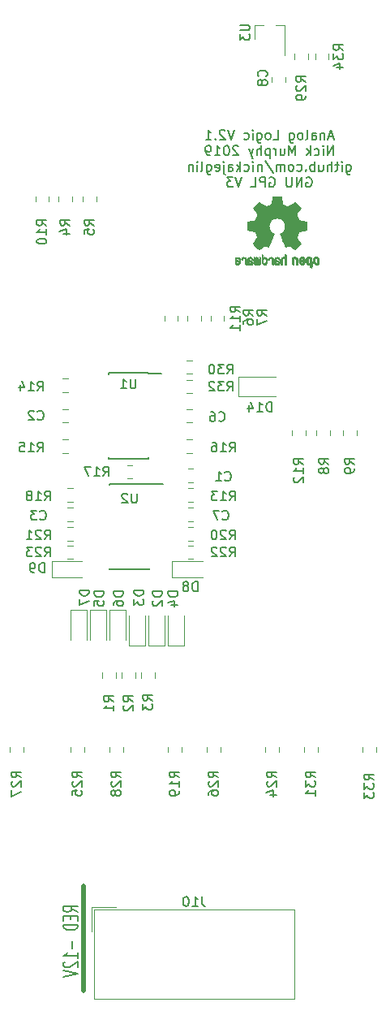
<source format=gbr>
G04 #@! TF.GenerationSoftware,KiCad,Pcbnew,(5.1.0)-1*
G04 #@! TF.CreationDate,2019-10-23T13:14:03-05:00*
G04 #@! TF.ProjectId,logiverter,6c6f6769-7665-4727-9465-722e6b696361,rev?*
G04 #@! TF.SameCoordinates,Original*
G04 #@! TF.FileFunction,Legend,Bot*
G04 #@! TF.FilePolarity,Positive*
%FSLAX46Y46*%
G04 Gerber Fmt 4.6, Leading zero omitted, Abs format (unit mm)*
G04 Created by KiCad (PCBNEW (5.1.0)-1) date 2019-10-23 13:14:03*
%MOMM*%
%LPD*%
G04 APERTURE LIST*
%ADD10C,0.150000*%
%ADD11C,0.200000*%
%ADD12C,0.500000*%
%ADD13C,0.010000*%
%ADD14C,0.120000*%
G04 APERTURE END LIST*
D10*
X111060666Y-112880666D02*
X110584476Y-112880666D01*
X111155904Y-113166380D02*
X110822571Y-112166380D01*
X110489238Y-113166380D01*
X110155904Y-112499714D02*
X110155904Y-113166380D01*
X110155904Y-112594952D02*
X110108285Y-112547333D01*
X110013047Y-112499714D01*
X109870190Y-112499714D01*
X109774952Y-112547333D01*
X109727333Y-112642571D01*
X109727333Y-113166380D01*
X108822571Y-113166380D02*
X108822571Y-112642571D01*
X108870190Y-112547333D01*
X108965428Y-112499714D01*
X109155904Y-112499714D01*
X109251142Y-112547333D01*
X108822571Y-113118761D02*
X108917809Y-113166380D01*
X109155904Y-113166380D01*
X109251142Y-113118761D01*
X109298761Y-113023523D01*
X109298761Y-112928285D01*
X109251142Y-112833047D01*
X109155904Y-112785428D01*
X108917809Y-112785428D01*
X108822571Y-112737809D01*
X108203523Y-113166380D02*
X108298761Y-113118761D01*
X108346380Y-113023523D01*
X108346380Y-112166380D01*
X107679714Y-113166380D02*
X107774952Y-113118761D01*
X107822571Y-113071142D01*
X107870190Y-112975904D01*
X107870190Y-112690190D01*
X107822571Y-112594952D01*
X107774952Y-112547333D01*
X107679714Y-112499714D01*
X107536857Y-112499714D01*
X107441619Y-112547333D01*
X107394000Y-112594952D01*
X107346380Y-112690190D01*
X107346380Y-112975904D01*
X107394000Y-113071142D01*
X107441619Y-113118761D01*
X107536857Y-113166380D01*
X107679714Y-113166380D01*
X106489238Y-112499714D02*
X106489238Y-113309238D01*
X106536857Y-113404476D01*
X106584476Y-113452095D01*
X106679714Y-113499714D01*
X106822571Y-113499714D01*
X106917809Y-113452095D01*
X106489238Y-113118761D02*
X106584476Y-113166380D01*
X106774952Y-113166380D01*
X106870190Y-113118761D01*
X106917809Y-113071142D01*
X106965428Y-112975904D01*
X106965428Y-112690190D01*
X106917809Y-112594952D01*
X106870190Y-112547333D01*
X106774952Y-112499714D01*
X106584476Y-112499714D01*
X106489238Y-112547333D01*
X104774952Y-113166380D02*
X105251142Y-113166380D01*
X105251142Y-112166380D01*
X104298761Y-113166380D02*
X104394000Y-113118761D01*
X104441619Y-113071142D01*
X104489238Y-112975904D01*
X104489238Y-112690190D01*
X104441619Y-112594952D01*
X104394000Y-112547333D01*
X104298761Y-112499714D01*
X104155904Y-112499714D01*
X104060666Y-112547333D01*
X104013047Y-112594952D01*
X103965428Y-112690190D01*
X103965428Y-112975904D01*
X104013047Y-113071142D01*
X104060666Y-113118761D01*
X104155904Y-113166380D01*
X104298761Y-113166380D01*
X103108285Y-112499714D02*
X103108285Y-113309238D01*
X103155904Y-113404476D01*
X103203523Y-113452095D01*
X103298761Y-113499714D01*
X103441619Y-113499714D01*
X103536857Y-113452095D01*
X103108285Y-113118761D02*
X103203523Y-113166380D01*
X103394000Y-113166380D01*
X103489238Y-113118761D01*
X103536857Y-113071142D01*
X103584476Y-112975904D01*
X103584476Y-112690190D01*
X103536857Y-112594952D01*
X103489238Y-112547333D01*
X103394000Y-112499714D01*
X103203523Y-112499714D01*
X103108285Y-112547333D01*
X102632095Y-113166380D02*
X102632095Y-112499714D01*
X102632095Y-112166380D02*
X102679714Y-112214000D01*
X102632095Y-112261619D01*
X102584476Y-112214000D01*
X102632095Y-112166380D01*
X102632095Y-112261619D01*
X101727333Y-113118761D02*
X101822571Y-113166380D01*
X102013047Y-113166380D01*
X102108285Y-113118761D01*
X102155904Y-113071142D01*
X102203523Y-112975904D01*
X102203523Y-112690190D01*
X102155904Y-112594952D01*
X102108285Y-112547333D01*
X102013047Y-112499714D01*
X101822571Y-112499714D01*
X101727333Y-112547333D01*
X100679714Y-112166380D02*
X100346380Y-113166380D01*
X100013047Y-112166380D01*
X99727333Y-112261619D02*
X99679714Y-112214000D01*
X99584476Y-112166380D01*
X99346380Y-112166380D01*
X99251142Y-112214000D01*
X99203523Y-112261619D01*
X99155904Y-112356857D01*
X99155904Y-112452095D01*
X99203523Y-112594952D01*
X99774952Y-113166380D01*
X99155904Y-113166380D01*
X98727333Y-113071142D02*
X98679714Y-113118761D01*
X98727333Y-113166380D01*
X98774952Y-113118761D01*
X98727333Y-113071142D01*
X98727333Y-113166380D01*
X97727333Y-113166380D02*
X98298761Y-113166380D01*
X98013047Y-113166380D02*
X98013047Y-112166380D01*
X98108285Y-112309238D01*
X98203523Y-112404476D01*
X98298761Y-112452095D01*
X111036857Y-114816380D02*
X111036857Y-113816380D01*
X110465428Y-114816380D01*
X110465428Y-113816380D01*
X109989238Y-114816380D02*
X109989238Y-114149714D01*
X109989238Y-113816380D02*
X110036857Y-113864000D01*
X109989238Y-113911619D01*
X109941619Y-113864000D01*
X109989238Y-113816380D01*
X109989238Y-113911619D01*
X109084476Y-114768761D02*
X109179714Y-114816380D01*
X109370190Y-114816380D01*
X109465428Y-114768761D01*
X109513047Y-114721142D01*
X109560666Y-114625904D01*
X109560666Y-114340190D01*
X109513047Y-114244952D01*
X109465428Y-114197333D01*
X109370190Y-114149714D01*
X109179714Y-114149714D01*
X109084476Y-114197333D01*
X108655904Y-114816380D02*
X108655904Y-113816380D01*
X108560666Y-114435428D02*
X108274952Y-114816380D01*
X108274952Y-114149714D02*
X108655904Y-114530666D01*
X107084476Y-114816380D02*
X107084476Y-113816380D01*
X106751142Y-114530666D01*
X106417809Y-113816380D01*
X106417809Y-114816380D01*
X105513047Y-114149714D02*
X105513047Y-114816380D01*
X105941619Y-114149714D02*
X105941619Y-114673523D01*
X105894000Y-114768761D01*
X105798761Y-114816380D01*
X105655904Y-114816380D01*
X105560666Y-114768761D01*
X105513047Y-114721142D01*
X105036857Y-114816380D02*
X105036857Y-114149714D01*
X105036857Y-114340190D02*
X104989238Y-114244952D01*
X104941619Y-114197333D01*
X104846380Y-114149714D01*
X104751142Y-114149714D01*
X104417809Y-114149714D02*
X104417809Y-115149714D01*
X104417809Y-114197333D02*
X104322571Y-114149714D01*
X104132095Y-114149714D01*
X104036857Y-114197333D01*
X103989238Y-114244952D01*
X103941619Y-114340190D01*
X103941619Y-114625904D01*
X103989238Y-114721142D01*
X104036857Y-114768761D01*
X104132095Y-114816380D01*
X104322571Y-114816380D01*
X104417809Y-114768761D01*
X103513047Y-114816380D02*
X103513047Y-113816380D01*
X103084476Y-114816380D02*
X103084476Y-114292571D01*
X103132095Y-114197333D01*
X103227333Y-114149714D01*
X103370190Y-114149714D01*
X103465428Y-114197333D01*
X103513047Y-114244952D01*
X102703523Y-114149714D02*
X102465428Y-114816380D01*
X102227333Y-114149714D02*
X102465428Y-114816380D01*
X102560666Y-115054476D01*
X102608285Y-115102095D01*
X102703523Y-115149714D01*
X101132095Y-113911619D02*
X101084476Y-113864000D01*
X100989238Y-113816380D01*
X100751142Y-113816380D01*
X100655904Y-113864000D01*
X100608285Y-113911619D01*
X100560666Y-114006857D01*
X100560666Y-114102095D01*
X100608285Y-114244952D01*
X101179714Y-114816380D01*
X100560666Y-114816380D01*
X99941619Y-113816380D02*
X99846380Y-113816380D01*
X99751142Y-113864000D01*
X99703523Y-113911619D01*
X99655904Y-114006857D01*
X99608285Y-114197333D01*
X99608285Y-114435428D01*
X99655904Y-114625904D01*
X99703523Y-114721142D01*
X99751142Y-114768761D01*
X99846380Y-114816380D01*
X99941619Y-114816380D01*
X100036857Y-114768761D01*
X100084476Y-114721142D01*
X100132095Y-114625904D01*
X100179714Y-114435428D01*
X100179714Y-114197333D01*
X100132095Y-114006857D01*
X100084476Y-113911619D01*
X100036857Y-113864000D01*
X99941619Y-113816380D01*
X98655904Y-114816380D02*
X99227333Y-114816380D01*
X98941619Y-114816380D02*
X98941619Y-113816380D01*
X99036857Y-113959238D01*
X99132095Y-114054476D01*
X99227333Y-114102095D01*
X98179714Y-114816380D02*
X97989238Y-114816380D01*
X97894000Y-114768761D01*
X97846380Y-114721142D01*
X97751142Y-114578285D01*
X97703523Y-114387809D01*
X97703523Y-114006857D01*
X97751142Y-113911619D01*
X97798761Y-113864000D01*
X97894000Y-113816380D01*
X98084476Y-113816380D01*
X98179714Y-113864000D01*
X98227333Y-113911619D01*
X98274952Y-114006857D01*
X98274952Y-114244952D01*
X98227333Y-114340190D01*
X98179714Y-114387809D01*
X98084476Y-114435428D01*
X97894000Y-114435428D01*
X97798761Y-114387809D01*
X97751142Y-114340190D01*
X97703523Y-114244952D01*
X112417809Y-115799714D02*
X112417809Y-116609238D01*
X112465428Y-116704476D01*
X112513047Y-116752095D01*
X112608285Y-116799714D01*
X112751142Y-116799714D01*
X112846380Y-116752095D01*
X112417809Y-116418761D02*
X112513047Y-116466380D01*
X112703523Y-116466380D01*
X112798761Y-116418761D01*
X112846380Y-116371142D01*
X112894000Y-116275904D01*
X112894000Y-115990190D01*
X112846380Y-115894952D01*
X112798761Y-115847333D01*
X112703523Y-115799714D01*
X112513047Y-115799714D01*
X112417809Y-115847333D01*
X111941619Y-116466380D02*
X111941619Y-115799714D01*
X111941619Y-115466380D02*
X111989238Y-115514000D01*
X111941619Y-115561619D01*
X111894000Y-115514000D01*
X111941619Y-115466380D01*
X111941619Y-115561619D01*
X111608285Y-115799714D02*
X111227333Y-115799714D01*
X111465428Y-115466380D02*
X111465428Y-116323523D01*
X111417809Y-116418761D01*
X111322571Y-116466380D01*
X111227333Y-116466380D01*
X110894000Y-116466380D02*
X110894000Y-115466380D01*
X110465428Y-116466380D02*
X110465428Y-115942571D01*
X110513047Y-115847333D01*
X110608285Y-115799714D01*
X110751142Y-115799714D01*
X110846380Y-115847333D01*
X110894000Y-115894952D01*
X109560666Y-115799714D02*
X109560666Y-116466380D01*
X109989238Y-115799714D02*
X109989238Y-116323523D01*
X109941619Y-116418761D01*
X109846380Y-116466380D01*
X109703523Y-116466380D01*
X109608285Y-116418761D01*
X109560666Y-116371142D01*
X109084476Y-116466380D02*
X109084476Y-115466380D01*
X109084476Y-115847333D02*
X108989238Y-115799714D01*
X108798761Y-115799714D01*
X108703523Y-115847333D01*
X108655904Y-115894952D01*
X108608285Y-115990190D01*
X108608285Y-116275904D01*
X108655904Y-116371142D01*
X108703523Y-116418761D01*
X108798761Y-116466380D01*
X108989238Y-116466380D01*
X109084476Y-116418761D01*
X108179714Y-116371142D02*
X108132095Y-116418761D01*
X108179714Y-116466380D01*
X108227333Y-116418761D01*
X108179714Y-116371142D01*
X108179714Y-116466380D01*
X107274952Y-116418761D02*
X107370190Y-116466380D01*
X107560666Y-116466380D01*
X107655904Y-116418761D01*
X107703523Y-116371142D01*
X107751142Y-116275904D01*
X107751142Y-115990190D01*
X107703523Y-115894952D01*
X107655904Y-115847333D01*
X107560666Y-115799714D01*
X107370190Y-115799714D01*
X107274952Y-115847333D01*
X106703523Y-116466380D02*
X106798761Y-116418761D01*
X106846380Y-116371142D01*
X106894000Y-116275904D01*
X106894000Y-115990190D01*
X106846380Y-115894952D01*
X106798761Y-115847333D01*
X106703523Y-115799714D01*
X106560666Y-115799714D01*
X106465428Y-115847333D01*
X106417809Y-115894952D01*
X106370190Y-115990190D01*
X106370190Y-116275904D01*
X106417809Y-116371142D01*
X106465428Y-116418761D01*
X106560666Y-116466380D01*
X106703523Y-116466380D01*
X105941619Y-116466380D02*
X105941619Y-115799714D01*
X105941619Y-115894952D02*
X105894000Y-115847333D01*
X105798761Y-115799714D01*
X105655904Y-115799714D01*
X105560666Y-115847333D01*
X105513047Y-115942571D01*
X105513047Y-116466380D01*
X105513047Y-115942571D02*
X105465428Y-115847333D01*
X105370190Y-115799714D01*
X105227333Y-115799714D01*
X105132095Y-115847333D01*
X105084476Y-115942571D01*
X105084476Y-116466380D01*
X103894000Y-115418761D02*
X104751142Y-116704476D01*
X103560666Y-115799714D02*
X103560666Y-116466380D01*
X103560666Y-115894952D02*
X103513047Y-115847333D01*
X103417809Y-115799714D01*
X103274952Y-115799714D01*
X103179714Y-115847333D01*
X103132095Y-115942571D01*
X103132095Y-116466380D01*
X102655904Y-116466380D02*
X102655904Y-115799714D01*
X102655904Y-115466380D02*
X102703523Y-115514000D01*
X102655904Y-115561619D01*
X102608285Y-115514000D01*
X102655904Y-115466380D01*
X102655904Y-115561619D01*
X101751142Y-116418761D02*
X101846380Y-116466380D01*
X102036857Y-116466380D01*
X102132095Y-116418761D01*
X102179714Y-116371142D01*
X102227333Y-116275904D01*
X102227333Y-115990190D01*
X102179714Y-115894952D01*
X102132095Y-115847333D01*
X102036857Y-115799714D01*
X101846380Y-115799714D01*
X101751142Y-115847333D01*
X101322571Y-116466380D02*
X101322571Y-115466380D01*
X101227333Y-116085428D02*
X100941619Y-116466380D01*
X100941619Y-115799714D02*
X101322571Y-116180666D01*
X100084476Y-116466380D02*
X100084476Y-115942571D01*
X100132095Y-115847333D01*
X100227333Y-115799714D01*
X100417809Y-115799714D01*
X100513047Y-115847333D01*
X100084476Y-116418761D02*
X100179714Y-116466380D01*
X100417809Y-116466380D01*
X100513047Y-116418761D01*
X100560666Y-116323523D01*
X100560666Y-116228285D01*
X100513047Y-116133047D01*
X100417809Y-116085428D01*
X100179714Y-116085428D01*
X100084476Y-116037809D01*
X99608285Y-115799714D02*
X99608285Y-116656857D01*
X99655904Y-116752095D01*
X99751142Y-116799714D01*
X99798761Y-116799714D01*
X99608285Y-115466380D02*
X99655904Y-115514000D01*
X99608285Y-115561619D01*
X99560666Y-115514000D01*
X99608285Y-115466380D01*
X99608285Y-115561619D01*
X98751142Y-116418761D02*
X98846380Y-116466380D01*
X99036857Y-116466380D01*
X99132095Y-116418761D01*
X99179714Y-116323523D01*
X99179714Y-115942571D01*
X99132095Y-115847333D01*
X99036857Y-115799714D01*
X98846380Y-115799714D01*
X98751142Y-115847333D01*
X98703523Y-115942571D01*
X98703523Y-116037809D01*
X99179714Y-116133047D01*
X97846380Y-115799714D02*
X97846380Y-116609238D01*
X97894000Y-116704476D01*
X97941619Y-116752095D01*
X98036857Y-116799714D01*
X98179714Y-116799714D01*
X98274952Y-116752095D01*
X97846380Y-116418761D02*
X97941619Y-116466380D01*
X98132095Y-116466380D01*
X98227333Y-116418761D01*
X98274952Y-116371142D01*
X98322571Y-116275904D01*
X98322571Y-115990190D01*
X98274952Y-115894952D01*
X98227333Y-115847333D01*
X98132095Y-115799714D01*
X97941619Y-115799714D01*
X97846380Y-115847333D01*
X97227333Y-116466380D02*
X97322571Y-116418761D01*
X97370190Y-116323523D01*
X97370190Y-115466380D01*
X96846380Y-116466380D02*
X96846380Y-115799714D01*
X96846380Y-115466380D02*
X96894000Y-115514000D01*
X96846380Y-115561619D01*
X96798761Y-115514000D01*
X96846380Y-115466380D01*
X96846380Y-115561619D01*
X96370190Y-115799714D02*
X96370190Y-116466380D01*
X96370190Y-115894952D02*
X96322571Y-115847333D01*
X96227333Y-115799714D01*
X96084476Y-115799714D01*
X95989238Y-115847333D01*
X95941619Y-115942571D01*
X95941619Y-116466380D01*
X108251142Y-117164000D02*
X108346380Y-117116380D01*
X108489238Y-117116380D01*
X108632095Y-117164000D01*
X108727333Y-117259238D01*
X108774952Y-117354476D01*
X108822571Y-117544952D01*
X108822571Y-117687809D01*
X108774952Y-117878285D01*
X108727333Y-117973523D01*
X108632095Y-118068761D01*
X108489238Y-118116380D01*
X108394000Y-118116380D01*
X108251142Y-118068761D01*
X108203523Y-118021142D01*
X108203523Y-117687809D01*
X108394000Y-117687809D01*
X107774952Y-118116380D02*
X107774952Y-117116380D01*
X107203523Y-118116380D01*
X107203523Y-117116380D01*
X106727333Y-117116380D02*
X106727333Y-117925904D01*
X106679714Y-118021142D01*
X106632095Y-118068761D01*
X106536857Y-118116380D01*
X106346380Y-118116380D01*
X106251142Y-118068761D01*
X106203523Y-118021142D01*
X106155904Y-117925904D01*
X106155904Y-117116380D01*
X104394000Y-117164000D02*
X104489238Y-117116380D01*
X104632095Y-117116380D01*
X104774952Y-117164000D01*
X104870190Y-117259238D01*
X104917809Y-117354476D01*
X104965428Y-117544952D01*
X104965428Y-117687809D01*
X104917809Y-117878285D01*
X104870190Y-117973523D01*
X104774952Y-118068761D01*
X104632095Y-118116380D01*
X104536857Y-118116380D01*
X104394000Y-118068761D01*
X104346380Y-118021142D01*
X104346380Y-117687809D01*
X104536857Y-117687809D01*
X103917809Y-118116380D02*
X103917809Y-117116380D01*
X103536857Y-117116380D01*
X103441619Y-117164000D01*
X103394000Y-117211619D01*
X103346380Y-117306857D01*
X103346380Y-117449714D01*
X103394000Y-117544952D01*
X103441619Y-117592571D01*
X103536857Y-117640190D01*
X103917809Y-117640190D01*
X102441619Y-118116380D02*
X102917809Y-118116380D01*
X102917809Y-117116380D01*
X101489238Y-117116380D02*
X101155904Y-118116380D01*
X100822571Y-117116380D01*
X100584476Y-117116380D02*
X99965428Y-117116380D01*
X100298761Y-117497333D01*
X100155904Y-117497333D01*
X100060666Y-117544952D01*
X100013047Y-117592571D01*
X99965428Y-117687809D01*
X99965428Y-117925904D01*
X100013047Y-118021142D01*
X100060666Y-118068761D01*
X100155904Y-118116380D01*
X100441619Y-118116380D01*
X100536857Y-118068761D01*
X100584476Y-118021142D01*
D11*
X84371571Y-193699190D02*
X83657285Y-193365857D01*
X84371571Y-193127761D02*
X82871571Y-193127761D01*
X82871571Y-193508714D01*
X82943000Y-193603952D01*
X83014428Y-193651571D01*
X83157285Y-193699190D01*
X83371571Y-193699190D01*
X83514428Y-193651571D01*
X83585857Y-193603952D01*
X83657285Y-193508714D01*
X83657285Y-193127761D01*
X83585857Y-194127761D02*
X83585857Y-194461095D01*
X84371571Y-194603952D02*
X84371571Y-194127761D01*
X82871571Y-194127761D01*
X82871571Y-194603952D01*
X84371571Y-195032523D02*
X82871571Y-195032523D01*
X82871571Y-195270619D01*
X82943000Y-195413476D01*
X83085857Y-195508714D01*
X83228714Y-195556333D01*
X83514428Y-195603952D01*
X83728714Y-195603952D01*
X84014428Y-195556333D01*
X84157285Y-195508714D01*
X84300142Y-195413476D01*
X84371571Y-195270619D01*
X84371571Y-195032523D01*
X83800142Y-196794428D02*
X83800142Y-197556333D01*
X84371571Y-198556333D02*
X84371571Y-197984904D01*
X84371571Y-198270619D02*
X82871571Y-198270619D01*
X83085857Y-198175380D01*
X83228714Y-198080142D01*
X83300142Y-197984904D01*
X83014428Y-198937285D02*
X82943000Y-198984904D01*
X82871571Y-199080142D01*
X82871571Y-199318238D01*
X82943000Y-199413476D01*
X83014428Y-199461095D01*
X83157285Y-199508714D01*
X83300142Y-199508714D01*
X83514428Y-199461095D01*
X84371571Y-198889666D01*
X84371571Y-199508714D01*
X82871571Y-199794428D02*
X84371571Y-200127761D01*
X82871571Y-200461095D01*
D12*
X84963000Y-191008000D02*
X84963000Y-201930000D01*
D13*
G36*
X105016122Y-119096776D02*
G01*
X104910388Y-119097355D01*
X104833868Y-119098922D01*
X104781628Y-119101972D01*
X104748737Y-119106996D01*
X104730263Y-119114489D01*
X104721273Y-119124944D01*
X104716837Y-119138853D01*
X104716406Y-119140654D01*
X104709667Y-119173145D01*
X104697192Y-119237252D01*
X104680281Y-119326151D01*
X104660229Y-119433019D01*
X104638336Y-119551033D01*
X104637571Y-119555178D01*
X104615641Y-119670831D01*
X104595123Y-119773014D01*
X104577341Y-119855598D01*
X104563619Y-119912456D01*
X104555282Y-119937458D01*
X104554884Y-119937901D01*
X104530323Y-119950110D01*
X104479685Y-119970456D01*
X104413905Y-119994545D01*
X104413539Y-119994674D01*
X104330683Y-120025818D01*
X104233000Y-120065491D01*
X104140923Y-120105381D01*
X104136566Y-120107353D01*
X103986593Y-120175420D01*
X103654502Y-119948639D01*
X103552626Y-119879504D01*
X103460343Y-119817697D01*
X103382997Y-119766733D01*
X103325936Y-119730127D01*
X103294505Y-119711394D01*
X103291521Y-119710004D01*
X103268679Y-119716190D01*
X103226018Y-119746035D01*
X103161872Y-119800947D01*
X103074579Y-119882334D01*
X102985465Y-119968922D01*
X102899559Y-120054247D01*
X102822673Y-120132108D01*
X102759436Y-120197697D01*
X102714477Y-120246205D01*
X102692424Y-120272825D01*
X102691604Y-120274195D01*
X102689166Y-120292463D01*
X102698350Y-120322295D01*
X102721426Y-120367721D01*
X102760663Y-120432770D01*
X102818330Y-120521470D01*
X102895205Y-120635657D01*
X102963430Y-120736162D01*
X103024418Y-120826303D01*
X103074644Y-120900849D01*
X103110584Y-120954565D01*
X103128713Y-120982218D01*
X103129854Y-120984095D01*
X103127641Y-121010590D01*
X103110862Y-121062086D01*
X103082858Y-121128851D01*
X103072878Y-121150172D01*
X103029328Y-121245159D01*
X102982866Y-121352937D01*
X102945123Y-121446192D01*
X102917927Y-121515406D01*
X102896325Y-121568006D01*
X102883842Y-121595497D01*
X102882291Y-121597616D01*
X102859332Y-121601124D01*
X102805214Y-121610738D01*
X102727132Y-121625089D01*
X102632281Y-121642807D01*
X102527857Y-121662525D01*
X102421056Y-121682874D01*
X102319074Y-121702486D01*
X102229106Y-121719991D01*
X102158347Y-121734022D01*
X102113994Y-121743209D01*
X102103115Y-121745807D01*
X102091878Y-121752218D01*
X102083395Y-121766697D01*
X102077286Y-121794133D01*
X102073168Y-121839411D01*
X102070659Y-121907420D01*
X102069379Y-122003047D01*
X102068946Y-122131180D01*
X102068923Y-122183701D01*
X102068923Y-122610845D01*
X102171500Y-122631091D01*
X102228569Y-122642070D01*
X102313731Y-122658095D01*
X102416628Y-122677233D01*
X102526904Y-122697551D01*
X102557385Y-122703132D01*
X102659145Y-122722917D01*
X102747795Y-122742373D01*
X102815892Y-122759697D01*
X102855996Y-122773088D01*
X102862677Y-122777079D01*
X102879081Y-122805342D01*
X102902601Y-122860109D01*
X102928684Y-122930588D01*
X102933858Y-122945769D01*
X102968044Y-123039896D01*
X103010477Y-123146101D01*
X103052003Y-123241473D01*
X103052208Y-123241916D01*
X103121360Y-123391525D01*
X102666488Y-124060617D01*
X102958500Y-124353116D01*
X103046820Y-124440170D01*
X103127375Y-124516909D01*
X103195640Y-124579237D01*
X103247092Y-124623056D01*
X103277206Y-124644270D01*
X103281526Y-124645616D01*
X103306889Y-124635016D01*
X103358642Y-124605547D01*
X103431132Y-124560705D01*
X103518706Y-124503984D01*
X103613388Y-124440462D01*
X103709484Y-124375668D01*
X103795163Y-124319287D01*
X103864984Y-124274788D01*
X103913506Y-124245639D01*
X103935218Y-124235308D01*
X103961707Y-124244050D01*
X104011938Y-124267087D01*
X104075549Y-124299631D01*
X104082292Y-124303249D01*
X104167954Y-124346210D01*
X104226694Y-124367279D01*
X104263228Y-124367503D01*
X104282269Y-124347928D01*
X104282380Y-124347654D01*
X104291898Y-124324472D01*
X104314597Y-124269441D01*
X104348718Y-124186822D01*
X104392500Y-124080872D01*
X104444184Y-123955852D01*
X104502008Y-123816020D01*
X104558009Y-123680637D01*
X104619553Y-123531234D01*
X104676061Y-123392832D01*
X104725839Y-123269673D01*
X104767194Y-123166002D01*
X104798432Y-123086059D01*
X104817859Y-123034088D01*
X104823846Y-123014692D01*
X104808832Y-122992443D01*
X104769561Y-122956982D01*
X104717193Y-122917887D01*
X104568059Y-122794245D01*
X104451489Y-122652522D01*
X104368882Y-122495704D01*
X104321634Y-122326775D01*
X104311143Y-122148722D01*
X104318769Y-122066539D01*
X104360318Y-121896031D01*
X104431877Y-121745459D01*
X104529005Y-121616309D01*
X104647266Y-121510064D01*
X104782220Y-121428210D01*
X104929429Y-121372232D01*
X105084456Y-121343615D01*
X105242861Y-121343844D01*
X105400206Y-121374405D01*
X105552054Y-121436782D01*
X105693965Y-121532460D01*
X105753197Y-121586572D01*
X105866797Y-121725520D01*
X105945894Y-121877361D01*
X105991014Y-122037667D01*
X106002684Y-122202012D01*
X105981431Y-122365971D01*
X105927780Y-122525118D01*
X105842260Y-122675025D01*
X105725395Y-122811267D01*
X105594807Y-122917887D01*
X105540412Y-122958642D01*
X105501986Y-122993718D01*
X105488154Y-123014726D01*
X105495397Y-123037635D01*
X105515995Y-123092365D01*
X105548254Y-123174672D01*
X105590479Y-123280315D01*
X105640977Y-123405050D01*
X105698052Y-123544636D01*
X105754146Y-123680670D01*
X105816033Y-123830201D01*
X105873356Y-123968767D01*
X105924356Y-124092107D01*
X105967273Y-124195964D01*
X106000347Y-124276080D01*
X106021819Y-124328195D01*
X106029775Y-124347654D01*
X106048571Y-124367423D01*
X106084926Y-124367365D01*
X106143521Y-124346441D01*
X106229032Y-124303613D01*
X106229708Y-124303249D01*
X106294093Y-124270012D01*
X106346139Y-124245802D01*
X106375488Y-124235404D01*
X106376783Y-124235308D01*
X106398876Y-124245855D01*
X106447652Y-124275184D01*
X106517669Y-124319827D01*
X106603486Y-124376314D01*
X106698612Y-124440462D01*
X106795460Y-124505411D01*
X106882747Y-124561896D01*
X106954819Y-124606421D01*
X107006023Y-124635490D01*
X107030474Y-124645616D01*
X107052990Y-124632307D01*
X107098258Y-124595112D01*
X107161756Y-124538128D01*
X107238961Y-124465449D01*
X107325349Y-124381171D01*
X107353601Y-124353016D01*
X107645713Y-124060416D01*
X107423369Y-123734104D01*
X107355798Y-123633897D01*
X107296493Y-123543963D01*
X107248783Y-123469510D01*
X107215993Y-123415751D01*
X107201452Y-123387894D01*
X107201026Y-123385912D01*
X107208692Y-123359655D01*
X107229311Y-123306837D01*
X107259315Y-123236310D01*
X107280375Y-123189093D01*
X107319752Y-123098694D01*
X107356835Y-123007366D01*
X107385585Y-122930200D01*
X107393395Y-122906692D01*
X107415583Y-122843916D01*
X107437273Y-122795411D01*
X107449187Y-122777079D01*
X107475477Y-122765859D01*
X107532858Y-122749954D01*
X107613882Y-122731167D01*
X107711105Y-122711299D01*
X107754615Y-122703132D01*
X107865104Y-122682829D01*
X107971084Y-122663170D01*
X108062199Y-122646088D01*
X108128092Y-122633518D01*
X108140500Y-122631091D01*
X108243077Y-122610845D01*
X108243077Y-122183701D01*
X108242847Y-122043246D01*
X108241901Y-121936979D01*
X108239859Y-121860013D01*
X108236338Y-121807460D01*
X108230957Y-121774433D01*
X108223334Y-121756045D01*
X108213088Y-121747408D01*
X108208885Y-121745807D01*
X108183530Y-121740127D01*
X108127516Y-121728795D01*
X108048036Y-121713179D01*
X107952288Y-121694647D01*
X107847467Y-121674569D01*
X107740768Y-121654312D01*
X107639387Y-121635246D01*
X107550521Y-121618739D01*
X107481363Y-121606159D01*
X107439111Y-121598875D01*
X107429710Y-121597616D01*
X107421193Y-121580763D01*
X107402340Y-121535870D01*
X107376676Y-121471430D01*
X107366877Y-121446192D01*
X107327352Y-121348686D01*
X107280808Y-121240959D01*
X107239123Y-121150172D01*
X107208450Y-121080753D01*
X107188044Y-121023710D01*
X107181232Y-120988777D01*
X107182318Y-120984095D01*
X107196715Y-120961991D01*
X107229588Y-120912831D01*
X107277410Y-120841848D01*
X107336652Y-120754278D01*
X107403785Y-120655357D01*
X107417059Y-120635830D01*
X107494954Y-120520140D01*
X107552213Y-120432044D01*
X107591119Y-120367486D01*
X107613956Y-120322411D01*
X107623006Y-120292763D01*
X107620552Y-120274485D01*
X107620489Y-120274369D01*
X107601173Y-120250361D01*
X107558449Y-120203947D01*
X107496949Y-120139937D01*
X107421302Y-120063145D01*
X107336139Y-119978382D01*
X107326535Y-119968922D01*
X107219210Y-119864989D01*
X107136385Y-119788675D01*
X107076395Y-119738571D01*
X107037577Y-119713270D01*
X107020480Y-119710004D01*
X106995527Y-119724250D01*
X106943745Y-119757156D01*
X106870480Y-119805208D01*
X106781080Y-119864890D01*
X106680889Y-119932688D01*
X106657499Y-119948639D01*
X106325407Y-120175420D01*
X106175435Y-120107353D01*
X106084230Y-120067685D01*
X105986331Y-120027791D01*
X105902169Y-119995983D01*
X105898462Y-119994674D01*
X105832631Y-119970576D01*
X105781884Y-119950200D01*
X105757158Y-119937936D01*
X105757116Y-119937901D01*
X105749271Y-119915734D01*
X105735934Y-119861217D01*
X105718430Y-119780480D01*
X105698083Y-119679650D01*
X105676218Y-119564856D01*
X105674429Y-119555178D01*
X105652496Y-119436904D01*
X105632360Y-119329542D01*
X105615320Y-119239917D01*
X105602672Y-119174851D01*
X105595716Y-119141168D01*
X105595594Y-119140654D01*
X105591361Y-119126325D01*
X105583129Y-119115507D01*
X105565967Y-119107706D01*
X105534942Y-119102429D01*
X105485122Y-119099182D01*
X105411576Y-119097472D01*
X105309371Y-119096807D01*
X105173575Y-119096693D01*
X105156000Y-119096692D01*
X105016122Y-119096776D01*
X105016122Y-119096776D01*
G37*
X105016122Y-119096776D02*
X104910388Y-119097355D01*
X104833868Y-119098922D01*
X104781628Y-119101972D01*
X104748737Y-119106996D01*
X104730263Y-119114489D01*
X104721273Y-119124944D01*
X104716837Y-119138853D01*
X104716406Y-119140654D01*
X104709667Y-119173145D01*
X104697192Y-119237252D01*
X104680281Y-119326151D01*
X104660229Y-119433019D01*
X104638336Y-119551033D01*
X104637571Y-119555178D01*
X104615641Y-119670831D01*
X104595123Y-119773014D01*
X104577341Y-119855598D01*
X104563619Y-119912456D01*
X104555282Y-119937458D01*
X104554884Y-119937901D01*
X104530323Y-119950110D01*
X104479685Y-119970456D01*
X104413905Y-119994545D01*
X104413539Y-119994674D01*
X104330683Y-120025818D01*
X104233000Y-120065491D01*
X104140923Y-120105381D01*
X104136566Y-120107353D01*
X103986593Y-120175420D01*
X103654502Y-119948639D01*
X103552626Y-119879504D01*
X103460343Y-119817697D01*
X103382997Y-119766733D01*
X103325936Y-119730127D01*
X103294505Y-119711394D01*
X103291521Y-119710004D01*
X103268679Y-119716190D01*
X103226018Y-119746035D01*
X103161872Y-119800947D01*
X103074579Y-119882334D01*
X102985465Y-119968922D01*
X102899559Y-120054247D01*
X102822673Y-120132108D01*
X102759436Y-120197697D01*
X102714477Y-120246205D01*
X102692424Y-120272825D01*
X102691604Y-120274195D01*
X102689166Y-120292463D01*
X102698350Y-120322295D01*
X102721426Y-120367721D01*
X102760663Y-120432770D01*
X102818330Y-120521470D01*
X102895205Y-120635657D01*
X102963430Y-120736162D01*
X103024418Y-120826303D01*
X103074644Y-120900849D01*
X103110584Y-120954565D01*
X103128713Y-120982218D01*
X103129854Y-120984095D01*
X103127641Y-121010590D01*
X103110862Y-121062086D01*
X103082858Y-121128851D01*
X103072878Y-121150172D01*
X103029328Y-121245159D01*
X102982866Y-121352937D01*
X102945123Y-121446192D01*
X102917927Y-121515406D01*
X102896325Y-121568006D01*
X102883842Y-121595497D01*
X102882291Y-121597616D01*
X102859332Y-121601124D01*
X102805214Y-121610738D01*
X102727132Y-121625089D01*
X102632281Y-121642807D01*
X102527857Y-121662525D01*
X102421056Y-121682874D01*
X102319074Y-121702486D01*
X102229106Y-121719991D01*
X102158347Y-121734022D01*
X102113994Y-121743209D01*
X102103115Y-121745807D01*
X102091878Y-121752218D01*
X102083395Y-121766697D01*
X102077286Y-121794133D01*
X102073168Y-121839411D01*
X102070659Y-121907420D01*
X102069379Y-122003047D01*
X102068946Y-122131180D01*
X102068923Y-122183701D01*
X102068923Y-122610845D01*
X102171500Y-122631091D01*
X102228569Y-122642070D01*
X102313731Y-122658095D01*
X102416628Y-122677233D01*
X102526904Y-122697551D01*
X102557385Y-122703132D01*
X102659145Y-122722917D01*
X102747795Y-122742373D01*
X102815892Y-122759697D01*
X102855996Y-122773088D01*
X102862677Y-122777079D01*
X102879081Y-122805342D01*
X102902601Y-122860109D01*
X102928684Y-122930588D01*
X102933858Y-122945769D01*
X102968044Y-123039896D01*
X103010477Y-123146101D01*
X103052003Y-123241473D01*
X103052208Y-123241916D01*
X103121360Y-123391525D01*
X102666488Y-124060617D01*
X102958500Y-124353116D01*
X103046820Y-124440170D01*
X103127375Y-124516909D01*
X103195640Y-124579237D01*
X103247092Y-124623056D01*
X103277206Y-124644270D01*
X103281526Y-124645616D01*
X103306889Y-124635016D01*
X103358642Y-124605547D01*
X103431132Y-124560705D01*
X103518706Y-124503984D01*
X103613388Y-124440462D01*
X103709484Y-124375668D01*
X103795163Y-124319287D01*
X103864984Y-124274788D01*
X103913506Y-124245639D01*
X103935218Y-124235308D01*
X103961707Y-124244050D01*
X104011938Y-124267087D01*
X104075549Y-124299631D01*
X104082292Y-124303249D01*
X104167954Y-124346210D01*
X104226694Y-124367279D01*
X104263228Y-124367503D01*
X104282269Y-124347928D01*
X104282380Y-124347654D01*
X104291898Y-124324472D01*
X104314597Y-124269441D01*
X104348718Y-124186822D01*
X104392500Y-124080872D01*
X104444184Y-123955852D01*
X104502008Y-123816020D01*
X104558009Y-123680637D01*
X104619553Y-123531234D01*
X104676061Y-123392832D01*
X104725839Y-123269673D01*
X104767194Y-123166002D01*
X104798432Y-123086059D01*
X104817859Y-123034088D01*
X104823846Y-123014692D01*
X104808832Y-122992443D01*
X104769561Y-122956982D01*
X104717193Y-122917887D01*
X104568059Y-122794245D01*
X104451489Y-122652522D01*
X104368882Y-122495704D01*
X104321634Y-122326775D01*
X104311143Y-122148722D01*
X104318769Y-122066539D01*
X104360318Y-121896031D01*
X104431877Y-121745459D01*
X104529005Y-121616309D01*
X104647266Y-121510064D01*
X104782220Y-121428210D01*
X104929429Y-121372232D01*
X105084456Y-121343615D01*
X105242861Y-121343844D01*
X105400206Y-121374405D01*
X105552054Y-121436782D01*
X105693965Y-121532460D01*
X105753197Y-121586572D01*
X105866797Y-121725520D01*
X105945894Y-121877361D01*
X105991014Y-122037667D01*
X106002684Y-122202012D01*
X105981431Y-122365971D01*
X105927780Y-122525118D01*
X105842260Y-122675025D01*
X105725395Y-122811267D01*
X105594807Y-122917887D01*
X105540412Y-122958642D01*
X105501986Y-122993718D01*
X105488154Y-123014726D01*
X105495397Y-123037635D01*
X105515995Y-123092365D01*
X105548254Y-123174672D01*
X105590479Y-123280315D01*
X105640977Y-123405050D01*
X105698052Y-123544636D01*
X105754146Y-123680670D01*
X105816033Y-123830201D01*
X105873356Y-123968767D01*
X105924356Y-124092107D01*
X105967273Y-124195964D01*
X106000347Y-124276080D01*
X106021819Y-124328195D01*
X106029775Y-124347654D01*
X106048571Y-124367423D01*
X106084926Y-124367365D01*
X106143521Y-124346441D01*
X106229032Y-124303613D01*
X106229708Y-124303249D01*
X106294093Y-124270012D01*
X106346139Y-124245802D01*
X106375488Y-124235404D01*
X106376783Y-124235308D01*
X106398876Y-124245855D01*
X106447652Y-124275184D01*
X106517669Y-124319827D01*
X106603486Y-124376314D01*
X106698612Y-124440462D01*
X106795460Y-124505411D01*
X106882747Y-124561896D01*
X106954819Y-124606421D01*
X107006023Y-124635490D01*
X107030474Y-124645616D01*
X107052990Y-124632307D01*
X107098258Y-124595112D01*
X107161756Y-124538128D01*
X107238961Y-124465449D01*
X107325349Y-124381171D01*
X107353601Y-124353016D01*
X107645713Y-124060416D01*
X107423369Y-123734104D01*
X107355798Y-123633897D01*
X107296493Y-123543963D01*
X107248783Y-123469510D01*
X107215993Y-123415751D01*
X107201452Y-123387894D01*
X107201026Y-123385912D01*
X107208692Y-123359655D01*
X107229311Y-123306837D01*
X107259315Y-123236310D01*
X107280375Y-123189093D01*
X107319752Y-123098694D01*
X107356835Y-123007366D01*
X107385585Y-122930200D01*
X107393395Y-122906692D01*
X107415583Y-122843916D01*
X107437273Y-122795411D01*
X107449187Y-122777079D01*
X107475477Y-122765859D01*
X107532858Y-122749954D01*
X107613882Y-122731167D01*
X107711105Y-122711299D01*
X107754615Y-122703132D01*
X107865104Y-122682829D01*
X107971084Y-122663170D01*
X108062199Y-122646088D01*
X108128092Y-122633518D01*
X108140500Y-122631091D01*
X108243077Y-122610845D01*
X108243077Y-122183701D01*
X108242847Y-122043246D01*
X108241901Y-121936979D01*
X108239859Y-121860013D01*
X108236338Y-121807460D01*
X108230957Y-121774433D01*
X108223334Y-121756045D01*
X108213088Y-121747408D01*
X108208885Y-121745807D01*
X108183530Y-121740127D01*
X108127516Y-121728795D01*
X108048036Y-121713179D01*
X107952288Y-121694647D01*
X107847467Y-121674569D01*
X107740768Y-121654312D01*
X107639387Y-121635246D01*
X107550521Y-121618739D01*
X107481363Y-121606159D01*
X107439111Y-121598875D01*
X107429710Y-121597616D01*
X107421193Y-121580763D01*
X107402340Y-121535870D01*
X107376676Y-121471430D01*
X107366877Y-121446192D01*
X107327352Y-121348686D01*
X107280808Y-121240959D01*
X107239123Y-121150172D01*
X107208450Y-121080753D01*
X107188044Y-121023710D01*
X107181232Y-120988777D01*
X107182318Y-120984095D01*
X107196715Y-120961991D01*
X107229588Y-120912831D01*
X107277410Y-120841848D01*
X107336652Y-120754278D01*
X107403785Y-120655357D01*
X107417059Y-120635830D01*
X107494954Y-120520140D01*
X107552213Y-120432044D01*
X107591119Y-120367486D01*
X107613956Y-120322411D01*
X107623006Y-120292763D01*
X107620552Y-120274485D01*
X107620489Y-120274369D01*
X107601173Y-120250361D01*
X107558449Y-120203947D01*
X107496949Y-120139937D01*
X107421302Y-120063145D01*
X107336139Y-119978382D01*
X107326535Y-119968922D01*
X107219210Y-119864989D01*
X107136385Y-119788675D01*
X107076395Y-119738571D01*
X107037577Y-119713270D01*
X107020480Y-119710004D01*
X106995527Y-119724250D01*
X106943745Y-119757156D01*
X106870480Y-119805208D01*
X106781080Y-119864890D01*
X106680889Y-119932688D01*
X106657499Y-119948639D01*
X106325407Y-120175420D01*
X106175435Y-120107353D01*
X106084230Y-120067685D01*
X105986331Y-120027791D01*
X105902169Y-119995983D01*
X105898462Y-119994674D01*
X105832631Y-119970576D01*
X105781884Y-119950200D01*
X105757158Y-119937936D01*
X105757116Y-119937901D01*
X105749271Y-119915734D01*
X105735934Y-119861217D01*
X105718430Y-119780480D01*
X105698083Y-119679650D01*
X105676218Y-119564856D01*
X105674429Y-119555178D01*
X105652496Y-119436904D01*
X105632360Y-119329542D01*
X105615320Y-119239917D01*
X105602672Y-119174851D01*
X105595716Y-119141168D01*
X105595594Y-119140654D01*
X105591361Y-119126325D01*
X105583129Y-119115507D01*
X105565967Y-119107706D01*
X105534942Y-119102429D01*
X105485122Y-119099182D01*
X105411576Y-119097472D01*
X105309371Y-119096807D01*
X105173575Y-119096693D01*
X105156000Y-119096692D01*
X105016122Y-119096776D01*
G36*
X100910776Y-125456838D02*
G01*
X100833472Y-125507361D01*
X100796186Y-125552590D01*
X100766647Y-125634663D01*
X100764301Y-125699607D01*
X100769615Y-125786445D01*
X100969885Y-125874103D01*
X101067261Y-125918887D01*
X101130887Y-125954913D01*
X101163971Y-125986117D01*
X101169720Y-126016436D01*
X101151342Y-126049805D01*
X101131077Y-126071923D01*
X101072111Y-126107393D01*
X101007976Y-126109879D01*
X100949074Y-126082235D01*
X100905803Y-126027320D01*
X100898064Y-126007928D01*
X100860994Y-125947364D01*
X100818346Y-125921552D01*
X100759846Y-125899471D01*
X100759846Y-125983184D01*
X100765018Y-126040150D01*
X100785277Y-126088189D01*
X100827738Y-126143346D01*
X100834049Y-126150514D01*
X100881280Y-126199585D01*
X100921879Y-126225920D01*
X100972672Y-126238035D01*
X101014780Y-126242003D01*
X101090098Y-126242991D01*
X101143714Y-126230466D01*
X101177162Y-126211869D01*
X101229732Y-126170975D01*
X101266121Y-126126748D01*
X101289150Y-126071126D01*
X101301641Y-125996047D01*
X101306413Y-125893449D01*
X101306794Y-125841376D01*
X101305499Y-125778948D01*
X101187529Y-125778948D01*
X101186161Y-125812438D01*
X101182751Y-125817923D01*
X101160247Y-125810472D01*
X101111818Y-125790753D01*
X101047092Y-125762718D01*
X101033557Y-125756692D01*
X100951756Y-125715096D01*
X100906688Y-125678538D01*
X100896783Y-125644296D01*
X100920474Y-125609648D01*
X100940040Y-125594339D01*
X101010640Y-125563721D01*
X101076720Y-125568780D01*
X101132041Y-125606151D01*
X101170364Y-125672473D01*
X101182651Y-125725116D01*
X101187529Y-125778948D01*
X101305499Y-125778948D01*
X101304270Y-125719720D01*
X101294968Y-125629710D01*
X101276540Y-125564167D01*
X101246640Y-125515912D01*
X101202920Y-125477767D01*
X101183859Y-125465440D01*
X101097274Y-125433336D01*
X101002478Y-125431316D01*
X100910776Y-125456838D01*
X100910776Y-125456838D01*
G37*
X100910776Y-125456838D02*
X100833472Y-125507361D01*
X100796186Y-125552590D01*
X100766647Y-125634663D01*
X100764301Y-125699607D01*
X100769615Y-125786445D01*
X100969885Y-125874103D01*
X101067261Y-125918887D01*
X101130887Y-125954913D01*
X101163971Y-125986117D01*
X101169720Y-126016436D01*
X101151342Y-126049805D01*
X101131077Y-126071923D01*
X101072111Y-126107393D01*
X101007976Y-126109879D01*
X100949074Y-126082235D01*
X100905803Y-126027320D01*
X100898064Y-126007928D01*
X100860994Y-125947364D01*
X100818346Y-125921552D01*
X100759846Y-125899471D01*
X100759846Y-125983184D01*
X100765018Y-126040150D01*
X100785277Y-126088189D01*
X100827738Y-126143346D01*
X100834049Y-126150514D01*
X100881280Y-126199585D01*
X100921879Y-126225920D01*
X100972672Y-126238035D01*
X101014780Y-126242003D01*
X101090098Y-126242991D01*
X101143714Y-126230466D01*
X101177162Y-126211869D01*
X101229732Y-126170975D01*
X101266121Y-126126748D01*
X101289150Y-126071126D01*
X101301641Y-125996047D01*
X101306413Y-125893449D01*
X101306794Y-125841376D01*
X101305499Y-125778948D01*
X101187529Y-125778948D01*
X101186161Y-125812438D01*
X101182751Y-125817923D01*
X101160247Y-125810472D01*
X101111818Y-125790753D01*
X101047092Y-125762718D01*
X101033557Y-125756692D01*
X100951756Y-125715096D01*
X100906688Y-125678538D01*
X100896783Y-125644296D01*
X100920474Y-125609648D01*
X100940040Y-125594339D01*
X101010640Y-125563721D01*
X101076720Y-125568780D01*
X101132041Y-125606151D01*
X101170364Y-125672473D01*
X101182651Y-125725116D01*
X101187529Y-125778948D01*
X101305499Y-125778948D01*
X101304270Y-125719720D01*
X101294968Y-125629710D01*
X101276540Y-125564167D01*
X101246640Y-125515912D01*
X101202920Y-125477767D01*
X101183859Y-125465440D01*
X101097274Y-125433336D01*
X101002478Y-125431316D01*
X100910776Y-125456838D01*
G36*
X101585193Y-125445782D02*
G01*
X101561839Y-125455988D01*
X101506098Y-125500134D01*
X101458431Y-125563967D01*
X101428952Y-125632087D01*
X101424154Y-125665670D01*
X101440240Y-125712556D01*
X101475525Y-125737365D01*
X101513356Y-125752387D01*
X101530679Y-125755155D01*
X101539114Y-125735066D01*
X101555770Y-125691351D01*
X101563077Y-125671598D01*
X101604052Y-125603271D01*
X101663378Y-125569191D01*
X101739448Y-125570239D01*
X101745082Y-125571581D01*
X101785695Y-125590836D01*
X101815552Y-125628375D01*
X101835945Y-125688809D01*
X101848164Y-125776751D01*
X101853500Y-125896813D01*
X101854000Y-125960698D01*
X101854248Y-126061403D01*
X101855874Y-126130054D01*
X101860199Y-126173673D01*
X101868546Y-126199282D01*
X101882235Y-126213903D01*
X101902589Y-126224558D01*
X101903766Y-126225095D01*
X101942962Y-126241667D01*
X101962381Y-126247769D01*
X101965365Y-126229319D01*
X101967919Y-126178323D01*
X101969860Y-126101308D01*
X101971003Y-126004805D01*
X101971231Y-125934184D01*
X101970068Y-125797525D01*
X101965521Y-125693851D01*
X101956001Y-125617108D01*
X101939919Y-125561246D01*
X101915687Y-125520212D01*
X101881714Y-125487954D01*
X101848167Y-125465440D01*
X101767501Y-125435476D01*
X101673619Y-125428718D01*
X101585193Y-125445782D01*
X101585193Y-125445782D01*
G37*
X101585193Y-125445782D02*
X101561839Y-125455988D01*
X101506098Y-125500134D01*
X101458431Y-125563967D01*
X101428952Y-125632087D01*
X101424154Y-125665670D01*
X101440240Y-125712556D01*
X101475525Y-125737365D01*
X101513356Y-125752387D01*
X101530679Y-125755155D01*
X101539114Y-125735066D01*
X101555770Y-125691351D01*
X101563077Y-125671598D01*
X101604052Y-125603271D01*
X101663378Y-125569191D01*
X101739448Y-125570239D01*
X101745082Y-125571581D01*
X101785695Y-125590836D01*
X101815552Y-125628375D01*
X101835945Y-125688809D01*
X101848164Y-125776751D01*
X101853500Y-125896813D01*
X101854000Y-125960698D01*
X101854248Y-126061403D01*
X101855874Y-126130054D01*
X101860199Y-126173673D01*
X101868546Y-126199282D01*
X101882235Y-126213903D01*
X101902589Y-126224558D01*
X101903766Y-126225095D01*
X101942962Y-126241667D01*
X101962381Y-126247769D01*
X101965365Y-126229319D01*
X101967919Y-126178323D01*
X101969860Y-126101308D01*
X101971003Y-126004805D01*
X101971231Y-125934184D01*
X101970068Y-125797525D01*
X101965521Y-125693851D01*
X101956001Y-125617108D01*
X101939919Y-125561246D01*
X101915687Y-125520212D01*
X101881714Y-125487954D01*
X101848167Y-125465440D01*
X101767501Y-125435476D01*
X101673619Y-125428718D01*
X101585193Y-125445782D01*
G36*
X102268667Y-125442528D02*
G01*
X102212410Y-125468117D01*
X102168253Y-125499124D01*
X102135899Y-125533795D01*
X102113562Y-125578520D01*
X102099454Y-125639692D01*
X102091789Y-125723701D01*
X102088780Y-125836940D01*
X102088462Y-125911509D01*
X102088462Y-126202420D01*
X102138227Y-126225095D01*
X102177424Y-126241667D01*
X102196843Y-126247769D01*
X102200558Y-126229610D01*
X102203505Y-126180648D01*
X102205309Y-126109153D01*
X102205692Y-126052385D01*
X102207339Y-125970371D01*
X102211778Y-125905309D01*
X102218260Y-125865467D01*
X102223410Y-125857000D01*
X102258023Y-125865646D01*
X102312360Y-125887823D01*
X102375278Y-125917886D01*
X102435632Y-125950192D01*
X102482279Y-125979098D01*
X102504074Y-125998961D01*
X102504161Y-125999175D01*
X102502286Y-126035935D01*
X102485475Y-126071026D01*
X102455961Y-126099528D01*
X102412884Y-126109061D01*
X102376068Y-126107950D01*
X102323926Y-126107133D01*
X102296556Y-126119349D01*
X102280118Y-126151624D01*
X102278045Y-126157710D01*
X102270919Y-126203739D01*
X102289976Y-126231687D01*
X102339647Y-126245007D01*
X102393303Y-126247470D01*
X102489858Y-126229210D01*
X102539841Y-126203131D01*
X102601571Y-126141868D01*
X102634310Y-126066670D01*
X102637247Y-125987211D01*
X102609576Y-125913167D01*
X102567953Y-125866769D01*
X102526396Y-125840793D01*
X102461078Y-125807907D01*
X102384962Y-125774557D01*
X102372274Y-125769461D01*
X102288667Y-125732565D01*
X102240470Y-125700046D01*
X102224970Y-125667718D01*
X102239450Y-125631394D01*
X102264308Y-125603000D01*
X102323061Y-125568039D01*
X102387707Y-125565417D01*
X102446992Y-125592358D01*
X102489661Y-125646088D01*
X102495261Y-125659950D01*
X102527867Y-125710936D01*
X102575470Y-125748787D01*
X102635539Y-125779850D01*
X102635539Y-125691768D01*
X102632003Y-125637951D01*
X102616844Y-125595534D01*
X102583232Y-125550279D01*
X102550965Y-125515420D01*
X102500791Y-125466062D01*
X102461807Y-125439547D01*
X102419936Y-125428911D01*
X102372540Y-125427154D01*
X102268667Y-125442528D01*
X102268667Y-125442528D01*
G37*
X102268667Y-125442528D02*
X102212410Y-125468117D01*
X102168253Y-125499124D01*
X102135899Y-125533795D01*
X102113562Y-125578520D01*
X102099454Y-125639692D01*
X102091789Y-125723701D01*
X102088780Y-125836940D01*
X102088462Y-125911509D01*
X102088462Y-126202420D01*
X102138227Y-126225095D01*
X102177424Y-126241667D01*
X102196843Y-126247769D01*
X102200558Y-126229610D01*
X102203505Y-126180648D01*
X102205309Y-126109153D01*
X102205692Y-126052385D01*
X102207339Y-125970371D01*
X102211778Y-125905309D01*
X102218260Y-125865467D01*
X102223410Y-125857000D01*
X102258023Y-125865646D01*
X102312360Y-125887823D01*
X102375278Y-125917886D01*
X102435632Y-125950192D01*
X102482279Y-125979098D01*
X102504074Y-125998961D01*
X102504161Y-125999175D01*
X102502286Y-126035935D01*
X102485475Y-126071026D01*
X102455961Y-126099528D01*
X102412884Y-126109061D01*
X102376068Y-126107950D01*
X102323926Y-126107133D01*
X102296556Y-126119349D01*
X102280118Y-126151624D01*
X102278045Y-126157710D01*
X102270919Y-126203739D01*
X102289976Y-126231687D01*
X102339647Y-126245007D01*
X102393303Y-126247470D01*
X102489858Y-126229210D01*
X102539841Y-126203131D01*
X102601571Y-126141868D01*
X102634310Y-126066670D01*
X102637247Y-125987211D01*
X102609576Y-125913167D01*
X102567953Y-125866769D01*
X102526396Y-125840793D01*
X102461078Y-125807907D01*
X102384962Y-125774557D01*
X102372274Y-125769461D01*
X102288667Y-125732565D01*
X102240470Y-125700046D01*
X102224970Y-125667718D01*
X102239450Y-125631394D01*
X102264308Y-125603000D01*
X102323061Y-125568039D01*
X102387707Y-125565417D01*
X102446992Y-125592358D01*
X102489661Y-125646088D01*
X102495261Y-125659950D01*
X102527867Y-125710936D01*
X102575470Y-125748787D01*
X102635539Y-125779850D01*
X102635539Y-125691768D01*
X102632003Y-125637951D01*
X102616844Y-125595534D01*
X102583232Y-125550279D01*
X102550965Y-125515420D01*
X102500791Y-125466062D01*
X102461807Y-125439547D01*
X102419936Y-125428911D01*
X102372540Y-125427154D01*
X102268667Y-125442528D01*
G36*
X102760071Y-125445662D02*
G01*
X102757089Y-125497068D01*
X102754753Y-125575192D01*
X102753251Y-125673857D01*
X102752769Y-125777343D01*
X102752769Y-126127533D01*
X102814599Y-126189363D01*
X102857207Y-126227462D01*
X102894610Y-126242895D01*
X102945730Y-126241918D01*
X102966022Y-126239433D01*
X103029446Y-126232200D01*
X103081905Y-126228055D01*
X103094692Y-126227672D01*
X103137801Y-126230176D01*
X103199456Y-126236462D01*
X103223362Y-126239433D01*
X103282078Y-126244028D01*
X103321536Y-126234046D01*
X103360662Y-126203228D01*
X103374785Y-126189363D01*
X103436615Y-126127533D01*
X103436615Y-125472503D01*
X103386850Y-125449829D01*
X103343998Y-125433034D01*
X103318927Y-125427154D01*
X103312499Y-125445736D01*
X103306491Y-125497655D01*
X103301303Y-125577172D01*
X103297336Y-125678546D01*
X103295423Y-125764192D01*
X103290077Y-126101231D01*
X103243440Y-126107825D01*
X103201024Y-126103214D01*
X103180240Y-126088287D01*
X103174430Y-126060377D01*
X103169470Y-126000925D01*
X103165754Y-125917466D01*
X103163676Y-125817532D01*
X103163376Y-125766104D01*
X103163077Y-125470054D01*
X103101546Y-125448604D01*
X103057996Y-125434020D01*
X103034306Y-125427219D01*
X103033623Y-125427154D01*
X103031246Y-125445642D01*
X103028634Y-125496906D01*
X103026005Y-125574649D01*
X103023579Y-125672574D01*
X103021885Y-125764192D01*
X103016539Y-126101231D01*
X102899308Y-126101231D01*
X102893928Y-125793746D01*
X102888549Y-125486261D01*
X102831399Y-125456707D01*
X102789203Y-125436413D01*
X102764230Y-125427204D01*
X102763509Y-125427154D01*
X102760071Y-125445662D01*
X102760071Y-125445662D01*
G37*
X102760071Y-125445662D02*
X102757089Y-125497068D01*
X102754753Y-125575192D01*
X102753251Y-125673857D01*
X102752769Y-125777343D01*
X102752769Y-126127533D01*
X102814599Y-126189363D01*
X102857207Y-126227462D01*
X102894610Y-126242895D01*
X102945730Y-126241918D01*
X102966022Y-126239433D01*
X103029446Y-126232200D01*
X103081905Y-126228055D01*
X103094692Y-126227672D01*
X103137801Y-126230176D01*
X103199456Y-126236462D01*
X103223362Y-126239433D01*
X103282078Y-126244028D01*
X103321536Y-126234046D01*
X103360662Y-126203228D01*
X103374785Y-126189363D01*
X103436615Y-126127533D01*
X103436615Y-125472503D01*
X103386850Y-125449829D01*
X103343998Y-125433034D01*
X103318927Y-125427154D01*
X103312499Y-125445736D01*
X103306491Y-125497655D01*
X103301303Y-125577172D01*
X103297336Y-125678546D01*
X103295423Y-125764192D01*
X103290077Y-126101231D01*
X103243440Y-126107825D01*
X103201024Y-126103214D01*
X103180240Y-126088287D01*
X103174430Y-126060377D01*
X103169470Y-126000925D01*
X103165754Y-125917466D01*
X103163676Y-125817532D01*
X103163376Y-125766104D01*
X103163077Y-125470054D01*
X103101546Y-125448604D01*
X103057996Y-125434020D01*
X103034306Y-125427219D01*
X103033623Y-125427154D01*
X103031246Y-125445642D01*
X103028634Y-125496906D01*
X103026005Y-125574649D01*
X103023579Y-125672574D01*
X103021885Y-125764192D01*
X103016539Y-126101231D01*
X102899308Y-126101231D01*
X102893928Y-125793746D01*
X102888549Y-125486261D01*
X102831399Y-125456707D01*
X102789203Y-125436413D01*
X102764230Y-125427204D01*
X102763509Y-125427154D01*
X102760071Y-125445662D01*
G36*
X103553919Y-125589289D02*
G01*
X103554167Y-125735320D01*
X103555128Y-125847655D01*
X103557206Y-125931678D01*
X103560807Y-125992769D01*
X103566335Y-126036309D01*
X103574196Y-126067679D01*
X103584793Y-126092262D01*
X103592818Y-126106294D01*
X103659272Y-126182388D01*
X103743530Y-126230084D01*
X103836751Y-126247199D01*
X103930100Y-126231546D01*
X103985688Y-126203418D01*
X104044043Y-126154760D01*
X104083814Y-126095333D01*
X104107810Y-126017507D01*
X104118839Y-125913652D01*
X104120401Y-125837462D01*
X104120191Y-125831986D01*
X103983692Y-125831986D01*
X103982859Y-125919355D01*
X103979039Y-125977192D01*
X103970254Y-126015029D01*
X103954526Y-126042398D01*
X103935734Y-126063042D01*
X103872625Y-126102890D01*
X103804863Y-126106295D01*
X103740821Y-126073025D01*
X103735836Y-126068517D01*
X103714561Y-126045067D01*
X103701221Y-126017166D01*
X103693999Y-125975641D01*
X103691077Y-125911316D01*
X103690615Y-125840200D01*
X103691617Y-125750858D01*
X103695762Y-125691258D01*
X103704764Y-125652089D01*
X103720333Y-125624040D01*
X103733098Y-125609144D01*
X103792400Y-125571575D01*
X103860699Y-125567057D01*
X103925890Y-125595753D01*
X103938472Y-125606406D01*
X103959889Y-125630063D01*
X103973256Y-125658251D01*
X103980434Y-125700245D01*
X103983281Y-125765319D01*
X103983692Y-125831986D01*
X104120191Y-125831986D01*
X104115678Y-125714765D01*
X104099638Y-125622577D01*
X104069472Y-125553269D01*
X104022371Y-125499211D01*
X103985688Y-125471505D01*
X103919010Y-125441572D01*
X103841728Y-125427678D01*
X103769890Y-125431397D01*
X103729692Y-125446400D01*
X103713918Y-125450670D01*
X103703450Y-125434750D01*
X103696144Y-125392089D01*
X103690615Y-125327106D01*
X103684563Y-125254732D01*
X103676156Y-125211187D01*
X103660859Y-125186287D01*
X103634136Y-125169845D01*
X103617346Y-125162564D01*
X103553846Y-125135963D01*
X103553919Y-125589289D01*
X103553919Y-125589289D01*
G37*
X103553919Y-125589289D02*
X103554167Y-125735320D01*
X103555128Y-125847655D01*
X103557206Y-125931678D01*
X103560807Y-125992769D01*
X103566335Y-126036309D01*
X103574196Y-126067679D01*
X103584793Y-126092262D01*
X103592818Y-126106294D01*
X103659272Y-126182388D01*
X103743530Y-126230084D01*
X103836751Y-126247199D01*
X103930100Y-126231546D01*
X103985688Y-126203418D01*
X104044043Y-126154760D01*
X104083814Y-126095333D01*
X104107810Y-126017507D01*
X104118839Y-125913652D01*
X104120401Y-125837462D01*
X104120191Y-125831986D01*
X103983692Y-125831986D01*
X103982859Y-125919355D01*
X103979039Y-125977192D01*
X103970254Y-126015029D01*
X103954526Y-126042398D01*
X103935734Y-126063042D01*
X103872625Y-126102890D01*
X103804863Y-126106295D01*
X103740821Y-126073025D01*
X103735836Y-126068517D01*
X103714561Y-126045067D01*
X103701221Y-126017166D01*
X103693999Y-125975641D01*
X103691077Y-125911316D01*
X103690615Y-125840200D01*
X103691617Y-125750858D01*
X103695762Y-125691258D01*
X103704764Y-125652089D01*
X103720333Y-125624040D01*
X103733098Y-125609144D01*
X103792400Y-125571575D01*
X103860699Y-125567057D01*
X103925890Y-125595753D01*
X103938472Y-125606406D01*
X103959889Y-125630063D01*
X103973256Y-125658251D01*
X103980434Y-125700245D01*
X103983281Y-125765319D01*
X103983692Y-125831986D01*
X104120191Y-125831986D01*
X104115678Y-125714765D01*
X104099638Y-125622577D01*
X104069472Y-125553269D01*
X104022371Y-125499211D01*
X103985688Y-125471505D01*
X103919010Y-125441572D01*
X103841728Y-125427678D01*
X103769890Y-125431397D01*
X103729692Y-125446400D01*
X103713918Y-125450670D01*
X103703450Y-125434750D01*
X103696144Y-125392089D01*
X103690615Y-125327106D01*
X103684563Y-125254732D01*
X103676156Y-125211187D01*
X103660859Y-125186287D01*
X103634136Y-125169845D01*
X103617346Y-125162564D01*
X103553846Y-125135963D01*
X103553919Y-125589289D01*
G36*
X104442638Y-125433670D02*
G01*
X104353883Y-125466421D01*
X104281978Y-125524350D01*
X104253856Y-125565128D01*
X104223198Y-125639954D01*
X104223835Y-125694058D01*
X104256013Y-125730446D01*
X104267919Y-125736633D01*
X104319325Y-125755925D01*
X104345578Y-125750982D01*
X104354470Y-125718587D01*
X104354923Y-125700692D01*
X104371203Y-125634859D01*
X104413635Y-125588807D01*
X104472612Y-125566564D01*
X104538525Y-125572161D01*
X104592105Y-125601229D01*
X104610202Y-125617810D01*
X104623029Y-125637925D01*
X104631694Y-125668332D01*
X104637304Y-125715788D01*
X104640965Y-125787050D01*
X104643785Y-125888875D01*
X104644516Y-125921115D01*
X104647180Y-126031410D01*
X104650208Y-126109036D01*
X104654750Y-126160396D01*
X104661954Y-126191890D01*
X104672967Y-126209920D01*
X104688940Y-126220888D01*
X104699166Y-126225733D01*
X104742594Y-126242301D01*
X104768158Y-126247769D01*
X104776605Y-126229507D01*
X104781761Y-126174296D01*
X104783654Y-126081499D01*
X104782311Y-125950478D01*
X104781893Y-125930269D01*
X104778942Y-125810733D01*
X104775452Y-125723449D01*
X104770486Y-125661591D01*
X104763107Y-125618336D01*
X104752376Y-125586860D01*
X104737355Y-125560339D01*
X104729498Y-125548975D01*
X104684447Y-125498692D01*
X104634060Y-125459581D01*
X104627892Y-125456167D01*
X104537542Y-125429212D01*
X104442638Y-125433670D01*
X104442638Y-125433670D01*
G37*
X104442638Y-125433670D02*
X104353883Y-125466421D01*
X104281978Y-125524350D01*
X104253856Y-125565128D01*
X104223198Y-125639954D01*
X104223835Y-125694058D01*
X104256013Y-125730446D01*
X104267919Y-125736633D01*
X104319325Y-125755925D01*
X104345578Y-125750982D01*
X104354470Y-125718587D01*
X104354923Y-125700692D01*
X104371203Y-125634859D01*
X104413635Y-125588807D01*
X104472612Y-125566564D01*
X104538525Y-125572161D01*
X104592105Y-125601229D01*
X104610202Y-125617810D01*
X104623029Y-125637925D01*
X104631694Y-125668332D01*
X104637304Y-125715788D01*
X104640965Y-125787050D01*
X104643785Y-125888875D01*
X104644516Y-125921115D01*
X104647180Y-126031410D01*
X104650208Y-126109036D01*
X104654750Y-126160396D01*
X104661954Y-126191890D01*
X104672967Y-126209920D01*
X104688940Y-126220888D01*
X104699166Y-126225733D01*
X104742594Y-126242301D01*
X104768158Y-126247769D01*
X104776605Y-126229507D01*
X104781761Y-126174296D01*
X104783654Y-126081499D01*
X104782311Y-125950478D01*
X104781893Y-125930269D01*
X104778942Y-125810733D01*
X104775452Y-125723449D01*
X104770486Y-125661591D01*
X104763107Y-125618336D01*
X104752376Y-125586860D01*
X104737355Y-125560339D01*
X104729498Y-125548975D01*
X104684447Y-125498692D01*
X104634060Y-125459581D01*
X104627892Y-125456167D01*
X104537542Y-125429212D01*
X104442638Y-125433670D01*
G36*
X105102499Y-125435303D02*
G01*
X105025940Y-125463733D01*
X105025064Y-125464279D01*
X104977715Y-125499127D01*
X104942759Y-125539852D01*
X104918175Y-125592925D01*
X104901938Y-125664814D01*
X104892025Y-125761992D01*
X104886414Y-125890928D01*
X104885923Y-125909298D01*
X104878859Y-126186287D01*
X104938305Y-126217028D01*
X104981319Y-126237802D01*
X105007290Y-126247646D01*
X105008491Y-126247769D01*
X105012986Y-126229606D01*
X105016556Y-126180612D01*
X105018752Y-126109031D01*
X105019231Y-126051068D01*
X105019242Y-125957170D01*
X105023534Y-125898203D01*
X105038497Y-125870079D01*
X105070518Y-125868706D01*
X105125986Y-125889998D01*
X105209731Y-125929136D01*
X105271311Y-125961643D01*
X105302983Y-125989845D01*
X105312294Y-126020582D01*
X105312308Y-126022104D01*
X105296943Y-126075054D01*
X105251453Y-126103660D01*
X105181834Y-126107803D01*
X105131687Y-126107084D01*
X105105246Y-126121527D01*
X105088757Y-126156218D01*
X105079267Y-126200416D01*
X105092943Y-126225493D01*
X105098093Y-126229082D01*
X105146575Y-126243496D01*
X105214469Y-126245537D01*
X105284388Y-126235983D01*
X105333932Y-126218522D01*
X105402430Y-126160364D01*
X105441366Y-126079408D01*
X105449077Y-126016160D01*
X105443193Y-125959111D01*
X105421899Y-125912542D01*
X105379735Y-125871181D01*
X105311241Y-125829755D01*
X105210956Y-125782993D01*
X105204846Y-125780350D01*
X105114510Y-125738617D01*
X105058765Y-125704391D01*
X105034871Y-125673635D01*
X105040087Y-125642311D01*
X105071672Y-125606383D01*
X105081117Y-125598116D01*
X105144383Y-125566058D01*
X105209936Y-125567407D01*
X105267028Y-125598838D01*
X105304907Y-125657024D01*
X105308426Y-125668446D01*
X105342700Y-125723837D01*
X105386191Y-125750518D01*
X105449077Y-125776960D01*
X105449077Y-125708548D01*
X105429948Y-125609110D01*
X105373169Y-125517902D01*
X105343622Y-125487389D01*
X105276458Y-125448228D01*
X105191044Y-125430500D01*
X105102499Y-125435303D01*
X105102499Y-125435303D01*
G37*
X105102499Y-125435303D02*
X105025940Y-125463733D01*
X105025064Y-125464279D01*
X104977715Y-125499127D01*
X104942759Y-125539852D01*
X104918175Y-125592925D01*
X104901938Y-125664814D01*
X104892025Y-125761992D01*
X104886414Y-125890928D01*
X104885923Y-125909298D01*
X104878859Y-126186287D01*
X104938305Y-126217028D01*
X104981319Y-126237802D01*
X105007290Y-126247646D01*
X105008491Y-126247769D01*
X105012986Y-126229606D01*
X105016556Y-126180612D01*
X105018752Y-126109031D01*
X105019231Y-126051068D01*
X105019242Y-125957170D01*
X105023534Y-125898203D01*
X105038497Y-125870079D01*
X105070518Y-125868706D01*
X105125986Y-125889998D01*
X105209731Y-125929136D01*
X105271311Y-125961643D01*
X105302983Y-125989845D01*
X105312294Y-126020582D01*
X105312308Y-126022104D01*
X105296943Y-126075054D01*
X105251453Y-126103660D01*
X105181834Y-126107803D01*
X105131687Y-126107084D01*
X105105246Y-126121527D01*
X105088757Y-126156218D01*
X105079267Y-126200416D01*
X105092943Y-126225493D01*
X105098093Y-126229082D01*
X105146575Y-126243496D01*
X105214469Y-126245537D01*
X105284388Y-126235983D01*
X105333932Y-126218522D01*
X105402430Y-126160364D01*
X105441366Y-126079408D01*
X105449077Y-126016160D01*
X105443193Y-125959111D01*
X105421899Y-125912542D01*
X105379735Y-125871181D01*
X105311241Y-125829755D01*
X105210956Y-125782993D01*
X105204846Y-125780350D01*
X105114510Y-125738617D01*
X105058765Y-125704391D01*
X105034871Y-125673635D01*
X105040087Y-125642311D01*
X105071672Y-125606383D01*
X105081117Y-125598116D01*
X105144383Y-125566058D01*
X105209936Y-125567407D01*
X105267028Y-125598838D01*
X105304907Y-125657024D01*
X105308426Y-125668446D01*
X105342700Y-125723837D01*
X105386191Y-125750518D01*
X105449077Y-125776960D01*
X105449077Y-125708548D01*
X105429948Y-125609110D01*
X105373169Y-125517902D01*
X105343622Y-125487389D01*
X105276458Y-125448228D01*
X105191044Y-125430500D01*
X105102499Y-125435303D01*
G36*
X105996154Y-125301120D02*
G01*
X105990428Y-125380980D01*
X105983851Y-125428039D01*
X105974738Y-125448566D01*
X105961402Y-125448829D01*
X105957077Y-125446378D01*
X105899556Y-125428636D01*
X105824732Y-125429672D01*
X105748661Y-125447910D01*
X105701082Y-125471505D01*
X105652298Y-125509198D01*
X105616636Y-125551855D01*
X105592155Y-125606057D01*
X105576913Y-125678384D01*
X105568970Y-125775419D01*
X105566384Y-125903742D01*
X105566338Y-125928358D01*
X105566308Y-126204870D01*
X105627839Y-126226320D01*
X105671541Y-126240912D01*
X105695518Y-126247706D01*
X105696223Y-126247769D01*
X105698585Y-126229345D01*
X105700594Y-126178526D01*
X105702099Y-126101993D01*
X105702947Y-126006430D01*
X105703077Y-125948329D01*
X105703349Y-125833771D01*
X105704748Y-125751667D01*
X105708151Y-125695393D01*
X105714433Y-125658326D01*
X105724471Y-125633844D01*
X105739139Y-125615325D01*
X105748298Y-125606406D01*
X105811211Y-125570466D01*
X105879864Y-125567775D01*
X105942152Y-125598170D01*
X105953671Y-125609144D01*
X105970567Y-125629779D01*
X105982286Y-125654256D01*
X105989767Y-125689647D01*
X105993946Y-125743026D01*
X105995763Y-125821466D01*
X105996154Y-125929617D01*
X105996154Y-126204870D01*
X106057685Y-126226320D01*
X106101387Y-126240912D01*
X106125364Y-126247706D01*
X106126070Y-126247769D01*
X106127874Y-126229069D01*
X106129500Y-126176322D01*
X106130883Y-126094557D01*
X106131958Y-125988805D01*
X106132660Y-125864094D01*
X106132923Y-125725455D01*
X106132923Y-125190806D01*
X106005923Y-125137236D01*
X105996154Y-125301120D01*
X105996154Y-125301120D01*
G37*
X105996154Y-125301120D02*
X105990428Y-125380980D01*
X105983851Y-125428039D01*
X105974738Y-125448566D01*
X105961402Y-125448829D01*
X105957077Y-125446378D01*
X105899556Y-125428636D01*
X105824732Y-125429672D01*
X105748661Y-125447910D01*
X105701082Y-125471505D01*
X105652298Y-125509198D01*
X105616636Y-125551855D01*
X105592155Y-125606057D01*
X105576913Y-125678384D01*
X105568970Y-125775419D01*
X105566384Y-125903742D01*
X105566338Y-125928358D01*
X105566308Y-126204870D01*
X105627839Y-126226320D01*
X105671541Y-126240912D01*
X105695518Y-126247706D01*
X105696223Y-126247769D01*
X105698585Y-126229345D01*
X105700594Y-126178526D01*
X105702099Y-126101993D01*
X105702947Y-126006430D01*
X105703077Y-125948329D01*
X105703349Y-125833771D01*
X105704748Y-125751667D01*
X105708151Y-125695393D01*
X105714433Y-125658326D01*
X105724471Y-125633844D01*
X105739139Y-125615325D01*
X105748298Y-125606406D01*
X105811211Y-125570466D01*
X105879864Y-125567775D01*
X105942152Y-125598170D01*
X105953671Y-125609144D01*
X105970567Y-125629779D01*
X105982286Y-125654256D01*
X105989767Y-125689647D01*
X105993946Y-125743026D01*
X105995763Y-125821466D01*
X105996154Y-125929617D01*
X105996154Y-126204870D01*
X106057685Y-126226320D01*
X106101387Y-126240912D01*
X106125364Y-126247706D01*
X106126070Y-126247769D01*
X106127874Y-126229069D01*
X106129500Y-126176322D01*
X106130883Y-126094557D01*
X106131958Y-125988805D01*
X106132660Y-125864094D01*
X106132923Y-125725455D01*
X106132923Y-125190806D01*
X106005923Y-125137236D01*
X105996154Y-125301120D01*
G36*
X107621746Y-125408745D02*
G01*
X107544714Y-125460567D01*
X107485184Y-125535412D01*
X107449622Y-125630654D01*
X107442429Y-125700756D01*
X107443246Y-125730009D01*
X107450086Y-125752407D01*
X107468888Y-125772474D01*
X107505592Y-125794733D01*
X107566138Y-125823709D01*
X107656466Y-125863927D01*
X107656923Y-125864129D01*
X107740067Y-125902210D01*
X107808247Y-125936025D01*
X107854495Y-125961933D01*
X107871842Y-125976295D01*
X107871846Y-125976411D01*
X107856557Y-126007685D01*
X107820804Y-126042157D01*
X107779758Y-126066990D01*
X107758963Y-126071923D01*
X107702230Y-126054862D01*
X107653373Y-126012133D01*
X107629535Y-125965155D01*
X107606603Y-125930522D01*
X107561682Y-125891081D01*
X107508877Y-125857009D01*
X107462290Y-125838480D01*
X107452548Y-125837462D01*
X107441582Y-125854215D01*
X107440921Y-125897039D01*
X107448980Y-125954781D01*
X107464173Y-126016289D01*
X107484914Y-126070409D01*
X107485962Y-126072510D01*
X107548379Y-126159660D01*
X107629274Y-126218939D01*
X107721144Y-126248034D01*
X107816487Y-126244634D01*
X107907802Y-126206428D01*
X107911862Y-126203741D01*
X107983694Y-126138642D01*
X108030927Y-126053705D01*
X108057066Y-125942021D01*
X108060574Y-125910643D01*
X108066787Y-125762536D01*
X108059339Y-125693468D01*
X107871846Y-125693468D01*
X107869410Y-125736552D01*
X107856086Y-125749126D01*
X107822868Y-125739719D01*
X107770506Y-125717483D01*
X107711976Y-125689610D01*
X107710521Y-125688872D01*
X107660911Y-125662777D01*
X107641000Y-125645363D01*
X107645910Y-125627107D01*
X107666584Y-125603120D01*
X107719181Y-125568406D01*
X107775823Y-125565856D01*
X107826631Y-125591119D01*
X107861724Y-125639847D01*
X107871846Y-125693468D01*
X108059339Y-125693468D01*
X108054008Y-125644036D01*
X108021222Y-125550055D01*
X107975579Y-125484215D01*
X107893198Y-125417681D01*
X107802454Y-125384676D01*
X107709815Y-125382573D01*
X107621746Y-125408745D01*
X107621746Y-125408745D01*
G37*
X107621746Y-125408745D02*
X107544714Y-125460567D01*
X107485184Y-125535412D01*
X107449622Y-125630654D01*
X107442429Y-125700756D01*
X107443246Y-125730009D01*
X107450086Y-125752407D01*
X107468888Y-125772474D01*
X107505592Y-125794733D01*
X107566138Y-125823709D01*
X107656466Y-125863927D01*
X107656923Y-125864129D01*
X107740067Y-125902210D01*
X107808247Y-125936025D01*
X107854495Y-125961933D01*
X107871842Y-125976295D01*
X107871846Y-125976411D01*
X107856557Y-126007685D01*
X107820804Y-126042157D01*
X107779758Y-126066990D01*
X107758963Y-126071923D01*
X107702230Y-126054862D01*
X107653373Y-126012133D01*
X107629535Y-125965155D01*
X107606603Y-125930522D01*
X107561682Y-125891081D01*
X107508877Y-125857009D01*
X107462290Y-125838480D01*
X107452548Y-125837462D01*
X107441582Y-125854215D01*
X107440921Y-125897039D01*
X107448980Y-125954781D01*
X107464173Y-126016289D01*
X107484914Y-126070409D01*
X107485962Y-126072510D01*
X107548379Y-126159660D01*
X107629274Y-126218939D01*
X107721144Y-126248034D01*
X107816487Y-126244634D01*
X107907802Y-126206428D01*
X107911862Y-126203741D01*
X107983694Y-126138642D01*
X108030927Y-126053705D01*
X108057066Y-125942021D01*
X108060574Y-125910643D01*
X108066787Y-125762536D01*
X108059339Y-125693468D01*
X107871846Y-125693468D01*
X107869410Y-125736552D01*
X107856086Y-125749126D01*
X107822868Y-125739719D01*
X107770506Y-125717483D01*
X107711976Y-125689610D01*
X107710521Y-125688872D01*
X107660911Y-125662777D01*
X107641000Y-125645363D01*
X107645910Y-125627107D01*
X107666584Y-125603120D01*
X107719181Y-125568406D01*
X107775823Y-125565856D01*
X107826631Y-125591119D01*
X107861724Y-125639847D01*
X107871846Y-125693468D01*
X108059339Y-125693468D01*
X108054008Y-125644036D01*
X108021222Y-125550055D01*
X107975579Y-125484215D01*
X107893198Y-125417681D01*
X107802454Y-125384676D01*
X107709815Y-125382573D01*
X107621746Y-125408745D01*
G36*
X109139114Y-125396256D02*
G01*
X109047536Y-125444409D01*
X108979951Y-125521905D01*
X108955943Y-125571727D01*
X108937262Y-125646533D01*
X108927699Y-125741052D01*
X108926792Y-125844210D01*
X108934079Y-125944935D01*
X108949097Y-126032153D01*
X108971385Y-126094791D01*
X108978235Y-126105579D01*
X109059368Y-126186105D01*
X109155734Y-126234336D01*
X109260299Y-126248450D01*
X109366032Y-126226629D01*
X109395457Y-126213547D01*
X109452759Y-126173231D01*
X109503050Y-126119775D01*
X109507803Y-126112995D01*
X109527122Y-126080321D01*
X109539892Y-126045394D01*
X109547436Y-125999414D01*
X109551076Y-125933584D01*
X109552135Y-125839105D01*
X109552154Y-125817923D01*
X109552106Y-125811182D01*
X109356769Y-125811182D01*
X109355632Y-125900349D01*
X109351159Y-125959520D01*
X109341754Y-125997741D01*
X109325824Y-126024053D01*
X109317692Y-126032846D01*
X109270942Y-126066261D01*
X109225553Y-126064737D01*
X109179660Y-126035752D01*
X109152288Y-126004809D01*
X109136077Y-125959643D01*
X109126974Y-125888420D01*
X109126349Y-125880114D01*
X109124796Y-125751037D01*
X109141035Y-125655172D01*
X109174848Y-125593107D01*
X109226016Y-125565432D01*
X109244280Y-125563923D01*
X109292240Y-125571513D01*
X109325047Y-125597808D01*
X109345105Y-125648095D01*
X109354822Y-125727664D01*
X109356769Y-125811182D01*
X109552106Y-125811182D01*
X109551426Y-125717249D01*
X109548371Y-125646906D01*
X109541678Y-125598163D01*
X109530040Y-125562288D01*
X109512147Y-125530548D01*
X109508192Y-125524648D01*
X109441733Y-125445104D01*
X109369315Y-125398929D01*
X109281151Y-125380599D01*
X109251213Y-125379703D01*
X109139114Y-125396256D01*
X109139114Y-125396256D01*
G37*
X109139114Y-125396256D02*
X109047536Y-125444409D01*
X108979951Y-125521905D01*
X108955943Y-125571727D01*
X108937262Y-125646533D01*
X108927699Y-125741052D01*
X108926792Y-125844210D01*
X108934079Y-125944935D01*
X108949097Y-126032153D01*
X108971385Y-126094791D01*
X108978235Y-126105579D01*
X109059368Y-126186105D01*
X109155734Y-126234336D01*
X109260299Y-126248450D01*
X109366032Y-126226629D01*
X109395457Y-126213547D01*
X109452759Y-126173231D01*
X109503050Y-126119775D01*
X109507803Y-126112995D01*
X109527122Y-126080321D01*
X109539892Y-126045394D01*
X109547436Y-125999414D01*
X109551076Y-125933584D01*
X109552135Y-125839105D01*
X109552154Y-125817923D01*
X109552106Y-125811182D01*
X109356769Y-125811182D01*
X109355632Y-125900349D01*
X109351159Y-125959520D01*
X109341754Y-125997741D01*
X109325824Y-126024053D01*
X109317692Y-126032846D01*
X109270942Y-126066261D01*
X109225553Y-126064737D01*
X109179660Y-126035752D01*
X109152288Y-126004809D01*
X109136077Y-125959643D01*
X109126974Y-125888420D01*
X109126349Y-125880114D01*
X109124796Y-125751037D01*
X109141035Y-125655172D01*
X109174848Y-125593107D01*
X109226016Y-125565432D01*
X109244280Y-125563923D01*
X109292240Y-125571513D01*
X109325047Y-125597808D01*
X109345105Y-125648095D01*
X109354822Y-125727664D01*
X109356769Y-125811182D01*
X109552106Y-125811182D01*
X109551426Y-125717249D01*
X109548371Y-125646906D01*
X109541678Y-125598163D01*
X109530040Y-125562288D01*
X109512147Y-125530548D01*
X109508192Y-125524648D01*
X109441733Y-125445104D01*
X109369315Y-125398929D01*
X109281151Y-125380599D01*
X109251213Y-125379703D01*
X109139114Y-125396256D01*
G36*
X106884336Y-125404089D02*
G01*
X106821633Y-125440358D01*
X106778039Y-125476358D01*
X106746155Y-125514075D01*
X106724190Y-125560199D01*
X106710351Y-125621421D01*
X106702847Y-125704431D01*
X106699883Y-125815919D01*
X106699539Y-125896062D01*
X106699539Y-126191065D01*
X106865615Y-126265515D01*
X106875385Y-125942402D01*
X106879421Y-125821729D01*
X106883656Y-125734141D01*
X106888903Y-125673650D01*
X106895975Y-125634268D01*
X106905689Y-125610007D01*
X106918856Y-125594880D01*
X106923081Y-125591606D01*
X106987091Y-125566034D01*
X107051792Y-125576153D01*
X107090308Y-125603000D01*
X107105975Y-125622024D01*
X107116820Y-125646988D01*
X107123712Y-125684834D01*
X107127521Y-125742502D01*
X107129117Y-125826935D01*
X107129385Y-125914928D01*
X107129437Y-126025323D01*
X107131328Y-126103463D01*
X107137655Y-126156165D01*
X107151017Y-126190242D01*
X107174015Y-126212511D01*
X107209246Y-126229787D01*
X107256303Y-126247738D01*
X107307697Y-126267278D01*
X107301579Y-125920485D01*
X107299116Y-125795468D01*
X107296233Y-125703082D01*
X107292102Y-125636881D01*
X107285893Y-125590420D01*
X107276774Y-125557256D01*
X107263917Y-125530944D01*
X107248416Y-125507729D01*
X107173629Y-125433569D01*
X107082372Y-125390684D01*
X106983117Y-125380412D01*
X106884336Y-125404089D01*
X106884336Y-125404089D01*
G37*
X106884336Y-125404089D02*
X106821633Y-125440358D01*
X106778039Y-125476358D01*
X106746155Y-125514075D01*
X106724190Y-125560199D01*
X106710351Y-125621421D01*
X106702847Y-125704431D01*
X106699883Y-125815919D01*
X106699539Y-125896062D01*
X106699539Y-126191065D01*
X106865615Y-126265515D01*
X106875385Y-125942402D01*
X106879421Y-125821729D01*
X106883656Y-125734141D01*
X106888903Y-125673650D01*
X106895975Y-125634268D01*
X106905689Y-125610007D01*
X106918856Y-125594880D01*
X106923081Y-125591606D01*
X106987091Y-125566034D01*
X107051792Y-125576153D01*
X107090308Y-125603000D01*
X107105975Y-125622024D01*
X107116820Y-125646988D01*
X107123712Y-125684834D01*
X107127521Y-125742502D01*
X107129117Y-125826935D01*
X107129385Y-125914928D01*
X107129437Y-126025323D01*
X107131328Y-126103463D01*
X107137655Y-126156165D01*
X107151017Y-126190242D01*
X107174015Y-126212511D01*
X107209246Y-126229787D01*
X107256303Y-126247738D01*
X107307697Y-126267278D01*
X107301579Y-125920485D01*
X107299116Y-125795468D01*
X107296233Y-125703082D01*
X107292102Y-125636881D01*
X107285893Y-125590420D01*
X107276774Y-125557256D01*
X107263917Y-125530944D01*
X107248416Y-125507729D01*
X107173629Y-125433569D01*
X107082372Y-125390684D01*
X106983117Y-125380412D01*
X106884336Y-125404089D01*
G36*
X108387114Y-125393505D02*
G01*
X108312461Y-125430727D01*
X108246569Y-125499261D01*
X108228423Y-125524648D01*
X108208655Y-125557866D01*
X108195828Y-125593945D01*
X108188490Y-125642098D01*
X108185187Y-125711536D01*
X108184462Y-125803206D01*
X108187737Y-125928830D01*
X108199123Y-126023154D01*
X108220959Y-126093523D01*
X108255581Y-126147286D01*
X108305330Y-126191788D01*
X108308986Y-126194423D01*
X108358015Y-126221377D01*
X108417055Y-126234712D01*
X108492141Y-126238000D01*
X108614205Y-126238000D01*
X108614256Y-126356497D01*
X108615392Y-126422492D01*
X108622314Y-126461202D01*
X108640402Y-126484419D01*
X108675038Y-126503933D01*
X108683355Y-126507920D01*
X108722280Y-126526603D01*
X108752417Y-126538403D01*
X108774826Y-126539422D01*
X108790567Y-126525761D01*
X108800698Y-126493522D01*
X108806277Y-126438804D01*
X108808365Y-126357711D01*
X108808019Y-126246344D01*
X108806300Y-126100802D01*
X108805763Y-126057269D01*
X108803828Y-125907205D01*
X108802096Y-125809042D01*
X108614308Y-125809042D01*
X108613252Y-125892364D01*
X108608562Y-125946880D01*
X108597949Y-125982837D01*
X108579128Y-126010482D01*
X108566350Y-126023965D01*
X108514110Y-126063417D01*
X108467858Y-126066628D01*
X108420133Y-126034049D01*
X108418923Y-126032846D01*
X108399506Y-126007668D01*
X108387693Y-125973447D01*
X108381735Y-125920748D01*
X108379880Y-125840131D01*
X108379846Y-125822271D01*
X108384330Y-125711175D01*
X108398926Y-125634161D01*
X108425350Y-125587147D01*
X108465317Y-125566050D01*
X108488416Y-125563923D01*
X108543238Y-125573900D01*
X108580842Y-125606752D01*
X108603477Y-125666857D01*
X108613394Y-125758598D01*
X108614308Y-125809042D01*
X108802096Y-125809042D01*
X108801778Y-125791060D01*
X108799127Y-125703679D01*
X108795394Y-125639905D01*
X108790093Y-125594582D01*
X108782742Y-125562555D01*
X108772857Y-125538668D01*
X108759954Y-125517764D01*
X108754421Y-125509898D01*
X108681031Y-125435595D01*
X108588240Y-125393467D01*
X108480904Y-125381722D01*
X108387114Y-125393505D01*
X108387114Y-125393505D01*
G37*
X108387114Y-125393505D02*
X108312461Y-125430727D01*
X108246569Y-125499261D01*
X108228423Y-125524648D01*
X108208655Y-125557866D01*
X108195828Y-125593945D01*
X108188490Y-125642098D01*
X108185187Y-125711536D01*
X108184462Y-125803206D01*
X108187737Y-125928830D01*
X108199123Y-126023154D01*
X108220959Y-126093523D01*
X108255581Y-126147286D01*
X108305330Y-126191788D01*
X108308986Y-126194423D01*
X108358015Y-126221377D01*
X108417055Y-126234712D01*
X108492141Y-126238000D01*
X108614205Y-126238000D01*
X108614256Y-126356497D01*
X108615392Y-126422492D01*
X108622314Y-126461202D01*
X108640402Y-126484419D01*
X108675038Y-126503933D01*
X108683355Y-126507920D01*
X108722280Y-126526603D01*
X108752417Y-126538403D01*
X108774826Y-126539422D01*
X108790567Y-126525761D01*
X108800698Y-126493522D01*
X108806277Y-126438804D01*
X108808365Y-126357711D01*
X108808019Y-126246344D01*
X108806300Y-126100802D01*
X108805763Y-126057269D01*
X108803828Y-125907205D01*
X108802096Y-125809042D01*
X108614308Y-125809042D01*
X108613252Y-125892364D01*
X108608562Y-125946880D01*
X108597949Y-125982837D01*
X108579128Y-126010482D01*
X108566350Y-126023965D01*
X108514110Y-126063417D01*
X108467858Y-126066628D01*
X108420133Y-126034049D01*
X108418923Y-126032846D01*
X108399506Y-126007668D01*
X108387693Y-125973447D01*
X108381735Y-125920748D01*
X108379880Y-125840131D01*
X108379846Y-125822271D01*
X108384330Y-125711175D01*
X108398926Y-125634161D01*
X108425350Y-125587147D01*
X108465317Y-125566050D01*
X108488416Y-125563923D01*
X108543238Y-125573900D01*
X108580842Y-125606752D01*
X108603477Y-125666857D01*
X108613394Y-125758598D01*
X108614308Y-125809042D01*
X108802096Y-125809042D01*
X108801778Y-125791060D01*
X108799127Y-125703679D01*
X108795394Y-125639905D01*
X108790093Y-125594582D01*
X108782742Y-125562555D01*
X108772857Y-125538668D01*
X108759954Y-125517764D01*
X108754421Y-125509898D01*
X108681031Y-125435595D01*
X108588240Y-125393467D01*
X108480904Y-125381722D01*
X108387114Y-125393505D01*
D14*
X81666000Y-158838000D02*
X84816000Y-158838000D01*
X81666000Y-157138000D02*
X84816000Y-157138000D01*
X81666000Y-158838000D02*
X81666000Y-157138000D01*
X94239000Y-158838000D02*
X97389000Y-158838000D01*
X94239000Y-157138000D02*
X97389000Y-157138000D01*
X94239000Y-158838000D02*
X94239000Y-157138000D01*
X83605000Y-162184000D02*
X83605000Y-165334000D01*
X85305000Y-162184000D02*
X85305000Y-165334000D01*
X83605000Y-162184000D02*
X85305000Y-162184000D01*
X87669000Y-162184000D02*
X87669000Y-165334000D01*
X89369000Y-162184000D02*
X89369000Y-165334000D01*
X87669000Y-162184000D02*
X89369000Y-162184000D01*
X85637000Y-162184000D02*
X85637000Y-165334000D01*
X87337000Y-162184000D02*
X87337000Y-165334000D01*
X85637000Y-162184000D02*
X87337000Y-162184000D01*
X95465000Y-165984000D02*
X95465000Y-162834000D01*
X93765000Y-165984000D02*
X93765000Y-162834000D01*
X95465000Y-165984000D02*
X93765000Y-165984000D01*
X91401000Y-165984000D02*
X91401000Y-162834000D01*
X89701000Y-165984000D02*
X89701000Y-162834000D01*
X91401000Y-165984000D02*
X89701000Y-165984000D01*
X93433000Y-165984000D02*
X93433000Y-162834000D01*
X91733000Y-165984000D02*
X91733000Y-162834000D01*
X93433000Y-165984000D02*
X91733000Y-165984000D01*
X104636500Y-107195252D02*
X104636500Y-106672748D01*
X106056500Y-107195252D02*
X106056500Y-106672748D01*
X110565000Y-104259748D02*
X110565000Y-104782252D01*
X109145000Y-104259748D02*
X109145000Y-104782252D01*
X109272000Y-144025252D02*
X109272000Y-143502748D01*
X110692000Y-144025252D02*
X110692000Y-143502748D01*
X106986000Y-104782252D02*
X106986000Y-104259748D01*
X108406000Y-104782252D02*
X108406000Y-104259748D01*
X112066000Y-144025252D02*
X112066000Y-143502748D01*
X113486000Y-144025252D02*
X113486000Y-143502748D01*
X115518000Y-176522748D02*
X115518000Y-177045252D01*
X114098000Y-176522748D02*
X114098000Y-177045252D01*
X95750748Y-138228000D02*
X96273252Y-138228000D01*
X95750748Y-139648000D02*
X96273252Y-139648000D01*
X109422000Y-176522748D02*
X109422000Y-177045252D01*
X108002000Y-176522748D02*
X108002000Y-177045252D01*
X95750748Y-136196000D02*
X96273252Y-136196000D01*
X95750748Y-137616000D02*
X96273252Y-137616000D01*
X101128000Y-139938000D02*
X105028000Y-139938000D01*
X101128000Y-137938000D02*
X105028000Y-137938000D01*
X101128000Y-139938000D02*
X101128000Y-137938000D01*
X102814000Y-101221000D02*
X102814000Y-102681000D01*
X105974000Y-101221000D02*
X105974000Y-104381000D01*
X105974000Y-101221000D02*
X105044000Y-101221000D01*
X102814000Y-101221000D02*
X103744000Y-101221000D01*
X95750748Y-144451000D02*
X96273252Y-144451000D01*
X95750748Y-145871000D02*
X96273252Y-145871000D01*
D10*
X91864000Y-149118000D02*
X93239000Y-149118000D01*
X91864000Y-157993000D02*
X87714000Y-157993000D01*
X91864000Y-149093000D02*
X87714000Y-149093000D01*
X91864000Y-157993000D02*
X91864000Y-157878000D01*
X87714000Y-157993000D02*
X87714000Y-157878000D01*
X87714000Y-149093000D02*
X87714000Y-149208000D01*
X91864000Y-149093000D02*
X91864000Y-149118000D01*
X91737000Y-137561000D02*
X93112000Y-137561000D01*
X91737000Y-146436000D02*
X87587000Y-146436000D01*
X91737000Y-137536000D02*
X87587000Y-137536000D01*
X91737000Y-146436000D02*
X91737000Y-146321000D01*
X87587000Y-146436000D02*
X87587000Y-146321000D01*
X87587000Y-137536000D02*
X87587000Y-137651000D01*
X91737000Y-137536000D02*
X91737000Y-137561000D01*
D14*
X89102000Y-176522748D02*
X89102000Y-177045252D01*
X87682000Y-176522748D02*
X87682000Y-177045252D01*
X78688000Y-176522748D02*
X78688000Y-177045252D01*
X77268000Y-176522748D02*
X77268000Y-177045252D01*
X97842000Y-176522748D02*
X97842000Y-177045252D01*
X99262000Y-176522748D02*
X99262000Y-177045252D01*
X85038000Y-176522748D02*
X85038000Y-177045252D01*
X83618000Y-176522748D02*
X83618000Y-177045252D01*
X103938000Y-176522748D02*
X103938000Y-177045252D01*
X105358000Y-176522748D02*
X105358000Y-177045252D01*
X83304748Y-155500000D02*
X83827252Y-155500000D01*
X83304748Y-156920000D02*
X83827252Y-156920000D01*
X96400252Y-156920000D02*
X95877748Y-156920000D01*
X96400252Y-155500000D02*
X95877748Y-155500000D01*
X83304748Y-153595000D02*
X83827252Y-153595000D01*
X83304748Y-155015000D02*
X83827252Y-155015000D01*
X96400252Y-155015000D02*
X95877748Y-155015000D01*
X96400252Y-153595000D02*
X95877748Y-153595000D01*
X95198000Y-176522748D02*
X95198000Y-177045252D01*
X93778000Y-176522748D02*
X93778000Y-177045252D01*
X83304748Y-149531000D02*
X83827252Y-149531000D01*
X83304748Y-150951000D02*
X83827252Y-150951000D01*
X89527748Y-147118000D02*
X90050252Y-147118000D01*
X89527748Y-148538000D02*
X90050252Y-148538000D01*
X83319252Y-145871000D02*
X82796748Y-145871000D01*
X83319252Y-144451000D02*
X82796748Y-144451000D01*
X82796748Y-138101000D02*
X83319252Y-138101000D01*
X82796748Y-139521000D02*
X83319252Y-139521000D01*
X96400252Y-150951000D02*
X95877748Y-150951000D01*
X96400252Y-149531000D02*
X95877748Y-149531000D01*
X106732000Y-144025252D02*
X106732000Y-143502748D01*
X108152000Y-144025252D02*
X108152000Y-143502748D01*
X94817000Y-132087252D02*
X94817000Y-131564748D01*
X93397000Y-132087252D02*
X93397000Y-131564748D01*
X79935000Y-119641252D02*
X79935000Y-119118748D01*
X81355000Y-119641252D02*
X81355000Y-119118748D01*
X98223000Y-132087252D02*
X98223000Y-131564748D01*
X99643000Y-132087252D02*
X99643000Y-131564748D01*
X95810000Y-132087252D02*
X95810000Y-131564748D01*
X97230000Y-132087252D02*
X97230000Y-131564748D01*
X84888000Y-119641252D02*
X84888000Y-119118748D01*
X86308000Y-119641252D02*
X86308000Y-119118748D01*
X82348000Y-119641252D02*
X82348000Y-119118748D01*
X83768000Y-119641252D02*
X83768000Y-119118748D01*
X90984000Y-169298252D02*
X90984000Y-168775748D01*
X92404000Y-169298252D02*
X92404000Y-168775748D01*
X88952000Y-169298252D02*
X88952000Y-168775748D01*
X90372000Y-169298252D02*
X90372000Y-168775748D01*
X88340000Y-168775748D02*
X88340000Y-169298252D01*
X86920000Y-168775748D02*
X86920000Y-169298252D01*
X85840000Y-193195000D02*
X85840000Y-195735000D01*
X85840000Y-193195000D02*
X88380000Y-193195000D01*
X86090000Y-193445000D02*
X86090000Y-202795000D01*
X106950000Y-193445000D02*
X86090000Y-193445000D01*
X106950000Y-202795000D02*
X106950000Y-193445000D01*
X86090000Y-202795000D02*
X106950000Y-202795000D01*
X95877748Y-151563000D02*
X96400252Y-151563000D01*
X95877748Y-152983000D02*
X96400252Y-152983000D01*
X95750748Y-141276000D02*
X96273252Y-141276000D01*
X95750748Y-142696000D02*
X96273252Y-142696000D01*
X83827252Y-152983000D02*
X83304748Y-152983000D01*
X83827252Y-151563000D02*
X83304748Y-151563000D01*
X83319252Y-142696000D02*
X82796748Y-142696000D01*
X83319252Y-141276000D02*
X82796748Y-141276000D01*
X96400252Y-148919000D02*
X95877748Y-148919000D01*
X96400252Y-147499000D02*
X95877748Y-147499000D01*
D10*
X80875095Y-158313380D02*
X80875095Y-157313380D01*
X80637000Y-157313380D01*
X80494142Y-157361000D01*
X80398904Y-157456238D01*
X80351285Y-157551476D01*
X80303666Y-157741952D01*
X80303666Y-157884809D01*
X80351285Y-158075285D01*
X80398904Y-158170523D01*
X80494142Y-158265761D01*
X80637000Y-158313380D01*
X80875095Y-158313380D01*
X79827476Y-158313380D02*
X79637000Y-158313380D01*
X79541761Y-158265761D01*
X79494142Y-158218142D01*
X79398904Y-158075285D01*
X79351285Y-157884809D01*
X79351285Y-157503857D01*
X79398904Y-157408619D01*
X79446523Y-157361000D01*
X79541761Y-157313380D01*
X79732238Y-157313380D01*
X79827476Y-157361000D01*
X79875095Y-157408619D01*
X79922714Y-157503857D01*
X79922714Y-157741952D01*
X79875095Y-157837190D01*
X79827476Y-157884809D01*
X79732238Y-157932428D01*
X79541761Y-157932428D01*
X79446523Y-157884809D01*
X79398904Y-157837190D01*
X79351285Y-157741952D01*
X96877095Y-160290380D02*
X96877095Y-159290380D01*
X96639000Y-159290380D01*
X96496142Y-159338000D01*
X96400904Y-159433238D01*
X96353285Y-159528476D01*
X96305666Y-159718952D01*
X96305666Y-159861809D01*
X96353285Y-160052285D01*
X96400904Y-160147523D01*
X96496142Y-160242761D01*
X96639000Y-160290380D01*
X96877095Y-160290380D01*
X95734238Y-159718952D02*
X95829476Y-159671333D01*
X95877095Y-159623714D01*
X95924714Y-159528476D01*
X95924714Y-159480857D01*
X95877095Y-159385619D01*
X95829476Y-159338000D01*
X95734238Y-159290380D01*
X95543761Y-159290380D01*
X95448523Y-159338000D01*
X95400904Y-159385619D01*
X95353285Y-159480857D01*
X95353285Y-159528476D01*
X95400904Y-159623714D01*
X95448523Y-159671333D01*
X95543761Y-159718952D01*
X95734238Y-159718952D01*
X95829476Y-159766571D01*
X95877095Y-159814190D01*
X95924714Y-159909428D01*
X95924714Y-160099904D01*
X95877095Y-160195142D01*
X95829476Y-160242761D01*
X95734238Y-160290380D01*
X95543761Y-160290380D01*
X95448523Y-160242761D01*
X95400904Y-160195142D01*
X95353285Y-160099904D01*
X95353285Y-159909428D01*
X95400904Y-159814190D01*
X95448523Y-159766571D01*
X95543761Y-159718952D01*
X85542380Y-160170904D02*
X84542380Y-160170904D01*
X84542380Y-160409000D01*
X84590000Y-160551857D01*
X84685238Y-160647095D01*
X84780476Y-160694714D01*
X84970952Y-160742333D01*
X85113809Y-160742333D01*
X85304285Y-160694714D01*
X85399523Y-160647095D01*
X85494761Y-160551857D01*
X85542380Y-160409000D01*
X85542380Y-160170904D01*
X84542380Y-161075666D02*
X84542380Y-161742333D01*
X85542380Y-161313761D01*
X89098380Y-160297904D02*
X88098380Y-160297904D01*
X88098380Y-160536000D01*
X88146000Y-160678857D01*
X88241238Y-160774095D01*
X88336476Y-160821714D01*
X88526952Y-160869333D01*
X88669809Y-160869333D01*
X88860285Y-160821714D01*
X88955523Y-160774095D01*
X89050761Y-160678857D01*
X89098380Y-160536000D01*
X89098380Y-160297904D01*
X88098380Y-161726476D02*
X88098380Y-161536000D01*
X88146000Y-161440761D01*
X88193619Y-161393142D01*
X88336476Y-161297904D01*
X88526952Y-161250285D01*
X88907904Y-161250285D01*
X89003142Y-161297904D01*
X89050761Y-161345523D01*
X89098380Y-161440761D01*
X89098380Y-161631238D01*
X89050761Y-161726476D01*
X89003142Y-161774095D01*
X88907904Y-161821714D01*
X88669809Y-161821714D01*
X88574571Y-161774095D01*
X88526952Y-161726476D01*
X88479333Y-161631238D01*
X88479333Y-161440761D01*
X88526952Y-161345523D01*
X88574571Y-161297904D01*
X88669809Y-161250285D01*
X87066380Y-160297904D02*
X86066380Y-160297904D01*
X86066380Y-160536000D01*
X86114000Y-160678857D01*
X86209238Y-160774095D01*
X86304476Y-160821714D01*
X86494952Y-160869333D01*
X86637809Y-160869333D01*
X86828285Y-160821714D01*
X86923523Y-160774095D01*
X87018761Y-160678857D01*
X87066380Y-160536000D01*
X87066380Y-160297904D01*
X86066380Y-161774095D02*
X86066380Y-161297904D01*
X86542571Y-161250285D01*
X86494952Y-161297904D01*
X86447333Y-161393142D01*
X86447333Y-161631238D01*
X86494952Y-161726476D01*
X86542571Y-161774095D01*
X86637809Y-161821714D01*
X86875904Y-161821714D01*
X86971142Y-161774095D01*
X87018761Y-161726476D01*
X87066380Y-161631238D01*
X87066380Y-161393142D01*
X87018761Y-161297904D01*
X86971142Y-161250285D01*
X94813380Y-160297904D02*
X93813380Y-160297904D01*
X93813380Y-160536000D01*
X93861000Y-160678857D01*
X93956238Y-160774095D01*
X94051476Y-160821714D01*
X94241952Y-160869333D01*
X94384809Y-160869333D01*
X94575285Y-160821714D01*
X94670523Y-160774095D01*
X94765761Y-160678857D01*
X94813380Y-160536000D01*
X94813380Y-160297904D01*
X94146714Y-161726476D02*
X94813380Y-161726476D01*
X93765761Y-161488380D02*
X94480047Y-161250285D01*
X94480047Y-161869333D01*
X91257380Y-160170904D02*
X90257380Y-160170904D01*
X90257380Y-160409000D01*
X90305000Y-160551857D01*
X90400238Y-160647095D01*
X90495476Y-160694714D01*
X90685952Y-160742333D01*
X90828809Y-160742333D01*
X91019285Y-160694714D01*
X91114523Y-160647095D01*
X91209761Y-160551857D01*
X91257380Y-160409000D01*
X91257380Y-160170904D01*
X90257380Y-161075666D02*
X90257380Y-161694714D01*
X90638333Y-161361380D01*
X90638333Y-161504238D01*
X90685952Y-161599476D01*
X90733571Y-161647095D01*
X90828809Y-161694714D01*
X91066904Y-161694714D01*
X91162142Y-161647095D01*
X91209761Y-161599476D01*
X91257380Y-161504238D01*
X91257380Y-161218523D01*
X91209761Y-161123285D01*
X91162142Y-161075666D01*
X93162380Y-160297904D02*
X92162380Y-160297904D01*
X92162380Y-160536000D01*
X92210000Y-160678857D01*
X92305238Y-160774095D01*
X92400476Y-160821714D01*
X92590952Y-160869333D01*
X92733809Y-160869333D01*
X92924285Y-160821714D01*
X93019523Y-160774095D01*
X93114761Y-160678857D01*
X93162380Y-160536000D01*
X93162380Y-160297904D01*
X92257619Y-161250285D02*
X92210000Y-161297904D01*
X92162380Y-161393142D01*
X92162380Y-161631238D01*
X92210000Y-161726476D01*
X92257619Y-161774095D01*
X92352857Y-161821714D01*
X92448095Y-161821714D01*
X92590952Y-161774095D01*
X93162380Y-161202666D01*
X93162380Y-161821714D01*
X104052642Y-106576833D02*
X104100261Y-106529214D01*
X104147880Y-106386357D01*
X104147880Y-106291119D01*
X104100261Y-106148261D01*
X104005023Y-106053023D01*
X103909785Y-106005404D01*
X103719309Y-105957785D01*
X103576452Y-105957785D01*
X103385976Y-106005404D01*
X103290738Y-106053023D01*
X103195500Y-106148261D01*
X103147880Y-106291119D01*
X103147880Y-106386357D01*
X103195500Y-106529214D01*
X103243119Y-106576833D01*
X103576452Y-107148261D02*
X103528833Y-107053023D01*
X103481214Y-107005404D01*
X103385976Y-106957785D01*
X103338357Y-106957785D01*
X103243119Y-107005404D01*
X103195500Y-107053023D01*
X103147880Y-107148261D01*
X103147880Y-107338738D01*
X103195500Y-107433976D01*
X103243119Y-107481595D01*
X103338357Y-107529214D01*
X103385976Y-107529214D01*
X103481214Y-107481595D01*
X103528833Y-107433976D01*
X103576452Y-107338738D01*
X103576452Y-107148261D01*
X103624071Y-107053023D01*
X103671690Y-107005404D01*
X103766928Y-106957785D01*
X103957404Y-106957785D01*
X104052642Y-107005404D01*
X104100261Y-107053023D01*
X104147880Y-107148261D01*
X104147880Y-107338738D01*
X104100261Y-107433976D01*
X104052642Y-107481595D01*
X103957404Y-107529214D01*
X103766928Y-107529214D01*
X103671690Y-107481595D01*
X103624071Y-107433976D01*
X103576452Y-107338738D01*
X112085380Y-103878142D02*
X111609190Y-103544809D01*
X112085380Y-103306714D02*
X111085380Y-103306714D01*
X111085380Y-103687666D01*
X111133000Y-103782904D01*
X111180619Y-103830523D01*
X111275857Y-103878142D01*
X111418714Y-103878142D01*
X111513952Y-103830523D01*
X111561571Y-103782904D01*
X111609190Y-103687666D01*
X111609190Y-103306714D01*
X111085380Y-104211476D02*
X111085380Y-104830523D01*
X111466333Y-104497190D01*
X111466333Y-104640047D01*
X111513952Y-104735285D01*
X111561571Y-104782904D01*
X111656809Y-104830523D01*
X111894904Y-104830523D01*
X111990142Y-104782904D01*
X112037761Y-104735285D01*
X112085380Y-104640047D01*
X112085380Y-104354333D01*
X112037761Y-104259095D01*
X111990142Y-104211476D01*
X111418714Y-105687666D02*
X112085380Y-105687666D01*
X111037761Y-105449571D02*
X111752047Y-105211476D01*
X111752047Y-105830523D01*
X110561380Y-147026333D02*
X110085190Y-146693000D01*
X110561380Y-146454904D02*
X109561380Y-146454904D01*
X109561380Y-146835857D01*
X109609000Y-146931095D01*
X109656619Y-146978714D01*
X109751857Y-147026333D01*
X109894714Y-147026333D01*
X109989952Y-146978714D01*
X110037571Y-146931095D01*
X110085190Y-146835857D01*
X110085190Y-146454904D01*
X109989952Y-147597761D02*
X109942333Y-147502523D01*
X109894714Y-147454904D01*
X109799476Y-147407285D01*
X109751857Y-147407285D01*
X109656619Y-147454904D01*
X109609000Y-147502523D01*
X109561380Y-147597761D01*
X109561380Y-147788238D01*
X109609000Y-147883476D01*
X109656619Y-147931095D01*
X109751857Y-147978714D01*
X109799476Y-147978714D01*
X109894714Y-147931095D01*
X109942333Y-147883476D01*
X109989952Y-147788238D01*
X109989952Y-147597761D01*
X110037571Y-147502523D01*
X110085190Y-147454904D01*
X110180428Y-147407285D01*
X110370904Y-147407285D01*
X110466142Y-147454904D01*
X110513761Y-147502523D01*
X110561380Y-147597761D01*
X110561380Y-147788238D01*
X110513761Y-147883476D01*
X110466142Y-147931095D01*
X110370904Y-147978714D01*
X110180428Y-147978714D01*
X110085190Y-147931095D01*
X110037571Y-147883476D01*
X109989952Y-147788238D01*
X108148380Y-107180142D02*
X107672190Y-106846809D01*
X108148380Y-106608714D02*
X107148380Y-106608714D01*
X107148380Y-106989666D01*
X107196000Y-107084904D01*
X107243619Y-107132523D01*
X107338857Y-107180142D01*
X107481714Y-107180142D01*
X107576952Y-107132523D01*
X107624571Y-107084904D01*
X107672190Y-106989666D01*
X107672190Y-106608714D01*
X107243619Y-107561095D02*
X107196000Y-107608714D01*
X107148380Y-107703952D01*
X107148380Y-107942047D01*
X107196000Y-108037285D01*
X107243619Y-108084904D01*
X107338857Y-108132523D01*
X107434095Y-108132523D01*
X107576952Y-108084904D01*
X108148380Y-107513476D01*
X108148380Y-108132523D01*
X108148380Y-108608714D02*
X108148380Y-108799190D01*
X108100761Y-108894428D01*
X108053142Y-108942047D01*
X107910285Y-109037285D01*
X107719809Y-109084904D01*
X107338857Y-109084904D01*
X107243619Y-109037285D01*
X107196000Y-108989666D01*
X107148380Y-108894428D01*
X107148380Y-108703952D01*
X107196000Y-108608714D01*
X107243619Y-108561095D01*
X107338857Y-108513476D01*
X107576952Y-108513476D01*
X107672190Y-108561095D01*
X107719809Y-108608714D01*
X107767428Y-108703952D01*
X107767428Y-108894428D01*
X107719809Y-108989666D01*
X107672190Y-109037285D01*
X107576952Y-109084904D01*
X113228380Y-147026333D02*
X112752190Y-146693000D01*
X113228380Y-146454904D02*
X112228380Y-146454904D01*
X112228380Y-146835857D01*
X112276000Y-146931095D01*
X112323619Y-146978714D01*
X112418857Y-147026333D01*
X112561714Y-147026333D01*
X112656952Y-146978714D01*
X112704571Y-146931095D01*
X112752190Y-146835857D01*
X112752190Y-146454904D01*
X113228380Y-147502523D02*
X113228380Y-147693000D01*
X113180761Y-147788238D01*
X113133142Y-147835857D01*
X112990285Y-147931095D01*
X112799809Y-147978714D01*
X112418857Y-147978714D01*
X112323619Y-147931095D01*
X112276000Y-147883476D01*
X112228380Y-147788238D01*
X112228380Y-147597761D01*
X112276000Y-147502523D01*
X112323619Y-147454904D01*
X112418857Y-147407285D01*
X112656952Y-147407285D01*
X112752190Y-147454904D01*
X112799809Y-147502523D01*
X112847428Y-147597761D01*
X112847428Y-147788238D01*
X112799809Y-147883476D01*
X112752190Y-147931095D01*
X112656952Y-147978714D01*
X115260380Y-179951142D02*
X114784190Y-179617809D01*
X115260380Y-179379714D02*
X114260380Y-179379714D01*
X114260380Y-179760666D01*
X114308000Y-179855904D01*
X114355619Y-179903523D01*
X114450857Y-179951142D01*
X114593714Y-179951142D01*
X114688952Y-179903523D01*
X114736571Y-179855904D01*
X114784190Y-179760666D01*
X114784190Y-179379714D01*
X114260380Y-180284476D02*
X114260380Y-180903523D01*
X114641333Y-180570190D01*
X114641333Y-180713047D01*
X114688952Y-180808285D01*
X114736571Y-180855904D01*
X114831809Y-180903523D01*
X115069904Y-180903523D01*
X115165142Y-180855904D01*
X115212761Y-180808285D01*
X115260380Y-180713047D01*
X115260380Y-180427333D01*
X115212761Y-180332095D01*
X115165142Y-180284476D01*
X114260380Y-181236857D02*
X114260380Y-181855904D01*
X114641333Y-181522571D01*
X114641333Y-181665428D01*
X114688952Y-181760666D01*
X114736571Y-181808285D01*
X114831809Y-181855904D01*
X115069904Y-181855904D01*
X115165142Y-181808285D01*
X115212761Y-181760666D01*
X115260380Y-181665428D01*
X115260380Y-181379714D01*
X115212761Y-181284476D01*
X115165142Y-181236857D01*
X99956857Y-139390380D02*
X100290190Y-138914190D01*
X100528285Y-139390380D02*
X100528285Y-138390380D01*
X100147333Y-138390380D01*
X100052095Y-138438000D01*
X100004476Y-138485619D01*
X99956857Y-138580857D01*
X99956857Y-138723714D01*
X100004476Y-138818952D01*
X100052095Y-138866571D01*
X100147333Y-138914190D01*
X100528285Y-138914190D01*
X99623523Y-138390380D02*
X99004476Y-138390380D01*
X99337809Y-138771333D01*
X99194952Y-138771333D01*
X99099714Y-138818952D01*
X99052095Y-138866571D01*
X99004476Y-138961809D01*
X99004476Y-139199904D01*
X99052095Y-139295142D01*
X99099714Y-139342761D01*
X99194952Y-139390380D01*
X99480666Y-139390380D01*
X99575904Y-139342761D01*
X99623523Y-139295142D01*
X98623523Y-138485619D02*
X98575904Y-138438000D01*
X98480666Y-138390380D01*
X98242571Y-138390380D01*
X98147333Y-138438000D01*
X98099714Y-138485619D01*
X98052095Y-138580857D01*
X98052095Y-138676095D01*
X98099714Y-138818952D01*
X98671142Y-139390380D01*
X98052095Y-139390380D01*
X109164380Y-179697142D02*
X108688190Y-179363809D01*
X109164380Y-179125714D02*
X108164380Y-179125714D01*
X108164380Y-179506666D01*
X108212000Y-179601904D01*
X108259619Y-179649523D01*
X108354857Y-179697142D01*
X108497714Y-179697142D01*
X108592952Y-179649523D01*
X108640571Y-179601904D01*
X108688190Y-179506666D01*
X108688190Y-179125714D01*
X108164380Y-180030476D02*
X108164380Y-180649523D01*
X108545333Y-180316190D01*
X108545333Y-180459047D01*
X108592952Y-180554285D01*
X108640571Y-180601904D01*
X108735809Y-180649523D01*
X108973904Y-180649523D01*
X109069142Y-180601904D01*
X109116761Y-180554285D01*
X109164380Y-180459047D01*
X109164380Y-180173333D01*
X109116761Y-180078095D01*
X109069142Y-180030476D01*
X109164380Y-181601904D02*
X109164380Y-181030476D01*
X109164380Y-181316190D02*
X108164380Y-181316190D01*
X108307238Y-181220952D01*
X108402476Y-181125714D01*
X108450095Y-181030476D01*
X99956857Y-137612380D02*
X100290190Y-137136190D01*
X100528285Y-137612380D02*
X100528285Y-136612380D01*
X100147333Y-136612380D01*
X100052095Y-136660000D01*
X100004476Y-136707619D01*
X99956857Y-136802857D01*
X99956857Y-136945714D01*
X100004476Y-137040952D01*
X100052095Y-137088571D01*
X100147333Y-137136190D01*
X100528285Y-137136190D01*
X99623523Y-136612380D02*
X99004476Y-136612380D01*
X99337809Y-136993333D01*
X99194952Y-136993333D01*
X99099714Y-137040952D01*
X99052095Y-137088571D01*
X99004476Y-137183809D01*
X99004476Y-137421904D01*
X99052095Y-137517142D01*
X99099714Y-137564761D01*
X99194952Y-137612380D01*
X99480666Y-137612380D01*
X99575904Y-137564761D01*
X99623523Y-137517142D01*
X98385428Y-136612380D02*
X98290190Y-136612380D01*
X98194952Y-136660000D01*
X98147333Y-136707619D01*
X98099714Y-136802857D01*
X98052095Y-136993333D01*
X98052095Y-137231428D01*
X98099714Y-137421904D01*
X98147333Y-137517142D01*
X98194952Y-137564761D01*
X98290190Y-137612380D01*
X98385428Y-137612380D01*
X98480666Y-137564761D01*
X98528285Y-137517142D01*
X98575904Y-137421904D01*
X98623523Y-137231428D01*
X98623523Y-136993333D01*
X98575904Y-136802857D01*
X98528285Y-136707619D01*
X98480666Y-136660000D01*
X98385428Y-136612380D01*
X104592285Y-141549380D02*
X104592285Y-140549380D01*
X104354190Y-140549380D01*
X104211333Y-140597000D01*
X104116095Y-140692238D01*
X104068476Y-140787476D01*
X104020857Y-140977952D01*
X104020857Y-141120809D01*
X104068476Y-141311285D01*
X104116095Y-141406523D01*
X104211333Y-141501761D01*
X104354190Y-141549380D01*
X104592285Y-141549380D01*
X103068476Y-141549380D02*
X103639904Y-141549380D01*
X103354190Y-141549380D02*
X103354190Y-140549380D01*
X103449428Y-140692238D01*
X103544666Y-140787476D01*
X103639904Y-140835095D01*
X102211333Y-140882714D02*
X102211333Y-141549380D01*
X102449428Y-140501761D02*
X102687523Y-141216047D01*
X102068476Y-141216047D01*
X101306380Y-101219095D02*
X102115904Y-101219095D01*
X102211142Y-101266714D01*
X102258761Y-101314333D01*
X102306380Y-101409571D01*
X102306380Y-101600047D01*
X102258761Y-101695285D01*
X102211142Y-101742904D01*
X102115904Y-101790523D01*
X101306380Y-101790523D01*
X101306380Y-102171476D02*
X101306380Y-102790523D01*
X101687333Y-102457190D01*
X101687333Y-102600047D01*
X101734952Y-102695285D01*
X101782571Y-102742904D01*
X101877809Y-102790523D01*
X102115904Y-102790523D01*
X102211142Y-102742904D01*
X102258761Y-102695285D01*
X102306380Y-102600047D01*
X102306380Y-102314333D01*
X102258761Y-102219095D01*
X102211142Y-102171476D01*
X100210857Y-145740380D02*
X100544190Y-145264190D01*
X100782285Y-145740380D02*
X100782285Y-144740380D01*
X100401333Y-144740380D01*
X100306095Y-144788000D01*
X100258476Y-144835619D01*
X100210857Y-144930857D01*
X100210857Y-145073714D01*
X100258476Y-145168952D01*
X100306095Y-145216571D01*
X100401333Y-145264190D01*
X100782285Y-145264190D01*
X99258476Y-145740380D02*
X99829904Y-145740380D01*
X99544190Y-145740380D02*
X99544190Y-144740380D01*
X99639428Y-144883238D01*
X99734666Y-144978476D01*
X99829904Y-145026095D01*
X98401333Y-144740380D02*
X98591809Y-144740380D01*
X98687047Y-144788000D01*
X98734666Y-144835619D01*
X98829904Y-144978476D01*
X98877523Y-145168952D01*
X98877523Y-145549904D01*
X98829904Y-145645142D01*
X98782285Y-145692761D01*
X98687047Y-145740380D01*
X98496571Y-145740380D01*
X98401333Y-145692761D01*
X98353714Y-145645142D01*
X98306095Y-145549904D01*
X98306095Y-145311809D01*
X98353714Y-145216571D01*
X98401333Y-145168952D01*
X98496571Y-145121333D01*
X98687047Y-145121333D01*
X98782285Y-145168952D01*
X98829904Y-145216571D01*
X98877523Y-145311809D01*
X90550904Y-150074380D02*
X90550904Y-150883904D01*
X90503285Y-150979142D01*
X90455666Y-151026761D01*
X90360428Y-151074380D01*
X90169952Y-151074380D01*
X90074714Y-151026761D01*
X90027095Y-150979142D01*
X89979476Y-150883904D01*
X89979476Y-150074380D01*
X89550904Y-150169619D02*
X89503285Y-150122000D01*
X89408047Y-150074380D01*
X89169952Y-150074380D01*
X89074714Y-150122000D01*
X89027095Y-150169619D01*
X88979476Y-150264857D01*
X88979476Y-150360095D01*
X89027095Y-150502952D01*
X89598523Y-151074380D01*
X88979476Y-151074380D01*
X90423904Y-138136380D02*
X90423904Y-138945904D01*
X90376285Y-139041142D01*
X90328666Y-139088761D01*
X90233428Y-139136380D01*
X90042952Y-139136380D01*
X89947714Y-139088761D01*
X89900095Y-139041142D01*
X89852476Y-138945904D01*
X89852476Y-138136380D01*
X88852476Y-139136380D02*
X89423904Y-139136380D01*
X89138190Y-139136380D02*
X89138190Y-138136380D01*
X89233428Y-138279238D01*
X89328666Y-138374476D01*
X89423904Y-138422095D01*
X88844380Y-179697142D02*
X88368190Y-179363809D01*
X88844380Y-179125714D02*
X87844380Y-179125714D01*
X87844380Y-179506666D01*
X87892000Y-179601904D01*
X87939619Y-179649523D01*
X88034857Y-179697142D01*
X88177714Y-179697142D01*
X88272952Y-179649523D01*
X88320571Y-179601904D01*
X88368190Y-179506666D01*
X88368190Y-179125714D01*
X87939619Y-180078095D02*
X87892000Y-180125714D01*
X87844380Y-180220952D01*
X87844380Y-180459047D01*
X87892000Y-180554285D01*
X87939619Y-180601904D01*
X88034857Y-180649523D01*
X88130095Y-180649523D01*
X88272952Y-180601904D01*
X88844380Y-180030476D01*
X88844380Y-180649523D01*
X88272952Y-181220952D02*
X88225333Y-181125714D01*
X88177714Y-181078095D01*
X88082476Y-181030476D01*
X88034857Y-181030476D01*
X87939619Y-181078095D01*
X87892000Y-181125714D01*
X87844380Y-181220952D01*
X87844380Y-181411428D01*
X87892000Y-181506666D01*
X87939619Y-181554285D01*
X88034857Y-181601904D01*
X88082476Y-181601904D01*
X88177714Y-181554285D01*
X88225333Y-181506666D01*
X88272952Y-181411428D01*
X88272952Y-181220952D01*
X88320571Y-181125714D01*
X88368190Y-181078095D01*
X88463428Y-181030476D01*
X88653904Y-181030476D01*
X88749142Y-181078095D01*
X88796761Y-181125714D01*
X88844380Y-181220952D01*
X88844380Y-181411428D01*
X88796761Y-181506666D01*
X88749142Y-181554285D01*
X88653904Y-181601904D01*
X88463428Y-181601904D01*
X88368190Y-181554285D01*
X88320571Y-181506666D01*
X88272952Y-181411428D01*
X78430380Y-179697142D02*
X77954190Y-179363809D01*
X78430380Y-179125714D02*
X77430380Y-179125714D01*
X77430380Y-179506666D01*
X77478000Y-179601904D01*
X77525619Y-179649523D01*
X77620857Y-179697142D01*
X77763714Y-179697142D01*
X77858952Y-179649523D01*
X77906571Y-179601904D01*
X77954190Y-179506666D01*
X77954190Y-179125714D01*
X77525619Y-180078095D02*
X77478000Y-180125714D01*
X77430380Y-180220952D01*
X77430380Y-180459047D01*
X77478000Y-180554285D01*
X77525619Y-180601904D01*
X77620857Y-180649523D01*
X77716095Y-180649523D01*
X77858952Y-180601904D01*
X78430380Y-180030476D01*
X78430380Y-180649523D01*
X77430380Y-180982857D02*
X77430380Y-181649523D01*
X78430380Y-181220952D01*
X99004380Y-179697142D02*
X98528190Y-179363809D01*
X99004380Y-179125714D02*
X98004380Y-179125714D01*
X98004380Y-179506666D01*
X98052000Y-179601904D01*
X98099619Y-179649523D01*
X98194857Y-179697142D01*
X98337714Y-179697142D01*
X98432952Y-179649523D01*
X98480571Y-179601904D01*
X98528190Y-179506666D01*
X98528190Y-179125714D01*
X98099619Y-180078095D02*
X98052000Y-180125714D01*
X98004380Y-180220952D01*
X98004380Y-180459047D01*
X98052000Y-180554285D01*
X98099619Y-180601904D01*
X98194857Y-180649523D01*
X98290095Y-180649523D01*
X98432952Y-180601904D01*
X99004380Y-180030476D01*
X99004380Y-180649523D01*
X98004380Y-181506666D02*
X98004380Y-181316190D01*
X98052000Y-181220952D01*
X98099619Y-181173333D01*
X98242476Y-181078095D01*
X98432952Y-181030476D01*
X98813904Y-181030476D01*
X98909142Y-181078095D01*
X98956761Y-181125714D01*
X99004380Y-181220952D01*
X99004380Y-181411428D01*
X98956761Y-181506666D01*
X98909142Y-181554285D01*
X98813904Y-181601904D01*
X98575809Y-181601904D01*
X98480571Y-181554285D01*
X98432952Y-181506666D01*
X98385333Y-181411428D01*
X98385333Y-181220952D01*
X98432952Y-181125714D01*
X98480571Y-181078095D01*
X98575809Y-181030476D01*
X84780380Y-179697142D02*
X84304190Y-179363809D01*
X84780380Y-179125714D02*
X83780380Y-179125714D01*
X83780380Y-179506666D01*
X83828000Y-179601904D01*
X83875619Y-179649523D01*
X83970857Y-179697142D01*
X84113714Y-179697142D01*
X84208952Y-179649523D01*
X84256571Y-179601904D01*
X84304190Y-179506666D01*
X84304190Y-179125714D01*
X83875619Y-180078095D02*
X83828000Y-180125714D01*
X83780380Y-180220952D01*
X83780380Y-180459047D01*
X83828000Y-180554285D01*
X83875619Y-180601904D01*
X83970857Y-180649523D01*
X84066095Y-180649523D01*
X84208952Y-180601904D01*
X84780380Y-180030476D01*
X84780380Y-180649523D01*
X83780380Y-181554285D02*
X83780380Y-181078095D01*
X84256571Y-181030476D01*
X84208952Y-181078095D01*
X84161333Y-181173333D01*
X84161333Y-181411428D01*
X84208952Y-181506666D01*
X84256571Y-181554285D01*
X84351809Y-181601904D01*
X84589904Y-181601904D01*
X84685142Y-181554285D01*
X84732761Y-181506666D01*
X84780380Y-181411428D01*
X84780380Y-181173333D01*
X84732761Y-181078095D01*
X84685142Y-181030476D01*
X105100380Y-179697142D02*
X104624190Y-179363809D01*
X105100380Y-179125714D02*
X104100380Y-179125714D01*
X104100380Y-179506666D01*
X104148000Y-179601904D01*
X104195619Y-179649523D01*
X104290857Y-179697142D01*
X104433714Y-179697142D01*
X104528952Y-179649523D01*
X104576571Y-179601904D01*
X104624190Y-179506666D01*
X104624190Y-179125714D01*
X104195619Y-180078095D02*
X104148000Y-180125714D01*
X104100380Y-180220952D01*
X104100380Y-180459047D01*
X104148000Y-180554285D01*
X104195619Y-180601904D01*
X104290857Y-180649523D01*
X104386095Y-180649523D01*
X104528952Y-180601904D01*
X105100380Y-180030476D01*
X105100380Y-180649523D01*
X104433714Y-181506666D02*
X105100380Y-181506666D01*
X104052761Y-181268571D02*
X104767047Y-181030476D01*
X104767047Y-181649523D01*
X80906857Y-156662380D02*
X81240190Y-156186190D01*
X81478285Y-156662380D02*
X81478285Y-155662380D01*
X81097333Y-155662380D01*
X81002095Y-155710000D01*
X80954476Y-155757619D01*
X80906857Y-155852857D01*
X80906857Y-155995714D01*
X80954476Y-156090952D01*
X81002095Y-156138571D01*
X81097333Y-156186190D01*
X81478285Y-156186190D01*
X80525904Y-155757619D02*
X80478285Y-155710000D01*
X80383047Y-155662380D01*
X80144952Y-155662380D01*
X80049714Y-155710000D01*
X80002095Y-155757619D01*
X79954476Y-155852857D01*
X79954476Y-155948095D01*
X80002095Y-156090952D01*
X80573523Y-156662380D01*
X79954476Y-156662380D01*
X79621142Y-155662380D02*
X79002095Y-155662380D01*
X79335428Y-156043333D01*
X79192571Y-156043333D01*
X79097333Y-156090952D01*
X79049714Y-156138571D01*
X79002095Y-156233809D01*
X79002095Y-156471904D01*
X79049714Y-156567142D01*
X79097333Y-156614761D01*
X79192571Y-156662380D01*
X79478285Y-156662380D01*
X79573523Y-156614761D01*
X79621142Y-156567142D01*
X100210857Y-156662380D02*
X100544190Y-156186190D01*
X100782285Y-156662380D02*
X100782285Y-155662380D01*
X100401333Y-155662380D01*
X100306095Y-155710000D01*
X100258476Y-155757619D01*
X100210857Y-155852857D01*
X100210857Y-155995714D01*
X100258476Y-156090952D01*
X100306095Y-156138571D01*
X100401333Y-156186190D01*
X100782285Y-156186190D01*
X99829904Y-155757619D02*
X99782285Y-155710000D01*
X99687047Y-155662380D01*
X99448952Y-155662380D01*
X99353714Y-155710000D01*
X99306095Y-155757619D01*
X99258476Y-155852857D01*
X99258476Y-155948095D01*
X99306095Y-156090952D01*
X99877523Y-156662380D01*
X99258476Y-156662380D01*
X98877523Y-155757619D02*
X98829904Y-155710000D01*
X98734666Y-155662380D01*
X98496571Y-155662380D01*
X98401333Y-155710000D01*
X98353714Y-155757619D01*
X98306095Y-155852857D01*
X98306095Y-155948095D01*
X98353714Y-156090952D01*
X98925142Y-156662380D01*
X98306095Y-156662380D01*
X80906857Y-154884380D02*
X81240190Y-154408190D01*
X81478285Y-154884380D02*
X81478285Y-153884380D01*
X81097333Y-153884380D01*
X81002095Y-153932000D01*
X80954476Y-153979619D01*
X80906857Y-154074857D01*
X80906857Y-154217714D01*
X80954476Y-154312952D01*
X81002095Y-154360571D01*
X81097333Y-154408190D01*
X81478285Y-154408190D01*
X80525904Y-153979619D02*
X80478285Y-153932000D01*
X80383047Y-153884380D01*
X80144952Y-153884380D01*
X80049714Y-153932000D01*
X80002095Y-153979619D01*
X79954476Y-154074857D01*
X79954476Y-154170095D01*
X80002095Y-154312952D01*
X80573523Y-154884380D01*
X79954476Y-154884380D01*
X79002095Y-154884380D02*
X79573523Y-154884380D01*
X79287809Y-154884380D02*
X79287809Y-153884380D01*
X79383047Y-154027238D01*
X79478285Y-154122476D01*
X79573523Y-154170095D01*
X100210857Y-154884380D02*
X100544190Y-154408190D01*
X100782285Y-154884380D02*
X100782285Y-153884380D01*
X100401333Y-153884380D01*
X100306095Y-153932000D01*
X100258476Y-153979619D01*
X100210857Y-154074857D01*
X100210857Y-154217714D01*
X100258476Y-154312952D01*
X100306095Y-154360571D01*
X100401333Y-154408190D01*
X100782285Y-154408190D01*
X99829904Y-153979619D02*
X99782285Y-153932000D01*
X99687047Y-153884380D01*
X99448952Y-153884380D01*
X99353714Y-153932000D01*
X99306095Y-153979619D01*
X99258476Y-154074857D01*
X99258476Y-154170095D01*
X99306095Y-154312952D01*
X99877523Y-154884380D01*
X99258476Y-154884380D01*
X98639428Y-153884380D02*
X98544190Y-153884380D01*
X98448952Y-153932000D01*
X98401333Y-153979619D01*
X98353714Y-154074857D01*
X98306095Y-154265333D01*
X98306095Y-154503428D01*
X98353714Y-154693904D01*
X98401333Y-154789142D01*
X98448952Y-154836761D01*
X98544190Y-154884380D01*
X98639428Y-154884380D01*
X98734666Y-154836761D01*
X98782285Y-154789142D01*
X98829904Y-154693904D01*
X98877523Y-154503428D01*
X98877523Y-154265333D01*
X98829904Y-154074857D01*
X98782285Y-153979619D01*
X98734666Y-153932000D01*
X98639428Y-153884380D01*
X94940380Y-179697142D02*
X94464190Y-179363809D01*
X94940380Y-179125714D02*
X93940380Y-179125714D01*
X93940380Y-179506666D01*
X93988000Y-179601904D01*
X94035619Y-179649523D01*
X94130857Y-179697142D01*
X94273714Y-179697142D01*
X94368952Y-179649523D01*
X94416571Y-179601904D01*
X94464190Y-179506666D01*
X94464190Y-179125714D01*
X94940380Y-180649523D02*
X94940380Y-180078095D01*
X94940380Y-180363809D02*
X93940380Y-180363809D01*
X94083238Y-180268571D01*
X94178476Y-180173333D01*
X94226095Y-180078095D01*
X94940380Y-181125714D02*
X94940380Y-181316190D01*
X94892761Y-181411428D01*
X94845142Y-181459047D01*
X94702285Y-181554285D01*
X94511809Y-181601904D01*
X94130857Y-181601904D01*
X94035619Y-181554285D01*
X93988000Y-181506666D01*
X93940380Y-181411428D01*
X93940380Y-181220952D01*
X93988000Y-181125714D01*
X94035619Y-181078095D01*
X94130857Y-181030476D01*
X94368952Y-181030476D01*
X94464190Y-181078095D01*
X94511809Y-181125714D01*
X94559428Y-181220952D01*
X94559428Y-181411428D01*
X94511809Y-181506666D01*
X94464190Y-181554285D01*
X94368952Y-181601904D01*
X80906857Y-150820380D02*
X81240190Y-150344190D01*
X81478285Y-150820380D02*
X81478285Y-149820380D01*
X81097333Y-149820380D01*
X81002095Y-149868000D01*
X80954476Y-149915619D01*
X80906857Y-150010857D01*
X80906857Y-150153714D01*
X80954476Y-150248952D01*
X81002095Y-150296571D01*
X81097333Y-150344190D01*
X81478285Y-150344190D01*
X79954476Y-150820380D02*
X80525904Y-150820380D01*
X80240190Y-150820380D02*
X80240190Y-149820380D01*
X80335428Y-149963238D01*
X80430666Y-150058476D01*
X80525904Y-150106095D01*
X79383047Y-150248952D02*
X79478285Y-150201333D01*
X79525904Y-150153714D01*
X79573523Y-150058476D01*
X79573523Y-150010857D01*
X79525904Y-149915619D01*
X79478285Y-149868000D01*
X79383047Y-149820380D01*
X79192571Y-149820380D01*
X79097333Y-149868000D01*
X79049714Y-149915619D01*
X79002095Y-150010857D01*
X79002095Y-150058476D01*
X79049714Y-150153714D01*
X79097333Y-150201333D01*
X79192571Y-150248952D01*
X79383047Y-150248952D01*
X79478285Y-150296571D01*
X79525904Y-150344190D01*
X79573523Y-150439428D01*
X79573523Y-150629904D01*
X79525904Y-150725142D01*
X79478285Y-150772761D01*
X79383047Y-150820380D01*
X79192571Y-150820380D01*
X79097333Y-150772761D01*
X79049714Y-150725142D01*
X79002095Y-150629904D01*
X79002095Y-150439428D01*
X79049714Y-150344190D01*
X79097333Y-150296571D01*
X79192571Y-150248952D01*
X87002857Y-148280380D02*
X87336190Y-147804190D01*
X87574285Y-148280380D02*
X87574285Y-147280380D01*
X87193333Y-147280380D01*
X87098095Y-147328000D01*
X87050476Y-147375619D01*
X87002857Y-147470857D01*
X87002857Y-147613714D01*
X87050476Y-147708952D01*
X87098095Y-147756571D01*
X87193333Y-147804190D01*
X87574285Y-147804190D01*
X86050476Y-148280380D02*
X86621904Y-148280380D01*
X86336190Y-148280380D02*
X86336190Y-147280380D01*
X86431428Y-147423238D01*
X86526666Y-147518476D01*
X86621904Y-147566095D01*
X85717142Y-147280380D02*
X85050476Y-147280380D01*
X85479047Y-148280380D01*
X80144857Y-145740380D02*
X80478190Y-145264190D01*
X80716285Y-145740380D02*
X80716285Y-144740380D01*
X80335333Y-144740380D01*
X80240095Y-144788000D01*
X80192476Y-144835619D01*
X80144857Y-144930857D01*
X80144857Y-145073714D01*
X80192476Y-145168952D01*
X80240095Y-145216571D01*
X80335333Y-145264190D01*
X80716285Y-145264190D01*
X79192476Y-145740380D02*
X79763904Y-145740380D01*
X79478190Y-145740380D02*
X79478190Y-144740380D01*
X79573428Y-144883238D01*
X79668666Y-144978476D01*
X79763904Y-145026095D01*
X78287714Y-144740380D02*
X78763904Y-144740380D01*
X78811523Y-145216571D01*
X78763904Y-145168952D01*
X78668666Y-145121333D01*
X78430571Y-145121333D01*
X78335333Y-145168952D01*
X78287714Y-145216571D01*
X78240095Y-145311809D01*
X78240095Y-145549904D01*
X78287714Y-145645142D01*
X78335333Y-145692761D01*
X78430571Y-145740380D01*
X78668666Y-145740380D01*
X78763904Y-145692761D01*
X78811523Y-145645142D01*
X80144857Y-139390380D02*
X80478190Y-138914190D01*
X80716285Y-139390380D02*
X80716285Y-138390380D01*
X80335333Y-138390380D01*
X80240095Y-138438000D01*
X80192476Y-138485619D01*
X80144857Y-138580857D01*
X80144857Y-138723714D01*
X80192476Y-138818952D01*
X80240095Y-138866571D01*
X80335333Y-138914190D01*
X80716285Y-138914190D01*
X79192476Y-139390380D02*
X79763904Y-139390380D01*
X79478190Y-139390380D02*
X79478190Y-138390380D01*
X79573428Y-138533238D01*
X79668666Y-138628476D01*
X79763904Y-138676095D01*
X78335333Y-138723714D02*
X78335333Y-139390380D01*
X78573428Y-138342761D02*
X78811523Y-139057047D01*
X78192476Y-139057047D01*
X100210857Y-150820380D02*
X100544190Y-150344190D01*
X100782285Y-150820380D02*
X100782285Y-149820380D01*
X100401333Y-149820380D01*
X100306095Y-149868000D01*
X100258476Y-149915619D01*
X100210857Y-150010857D01*
X100210857Y-150153714D01*
X100258476Y-150248952D01*
X100306095Y-150296571D01*
X100401333Y-150344190D01*
X100782285Y-150344190D01*
X99258476Y-150820380D02*
X99829904Y-150820380D01*
X99544190Y-150820380D02*
X99544190Y-149820380D01*
X99639428Y-149963238D01*
X99734666Y-150058476D01*
X99829904Y-150106095D01*
X98925142Y-149820380D02*
X98306095Y-149820380D01*
X98639428Y-150201333D01*
X98496571Y-150201333D01*
X98401333Y-150248952D01*
X98353714Y-150296571D01*
X98306095Y-150391809D01*
X98306095Y-150629904D01*
X98353714Y-150725142D01*
X98401333Y-150772761D01*
X98496571Y-150820380D01*
X98782285Y-150820380D01*
X98877523Y-150772761D01*
X98925142Y-150725142D01*
X107894380Y-147058142D02*
X107418190Y-146724809D01*
X107894380Y-146486714D02*
X106894380Y-146486714D01*
X106894380Y-146867666D01*
X106942000Y-146962904D01*
X106989619Y-147010523D01*
X107084857Y-147058142D01*
X107227714Y-147058142D01*
X107322952Y-147010523D01*
X107370571Y-146962904D01*
X107418190Y-146867666D01*
X107418190Y-146486714D01*
X107894380Y-148010523D02*
X107894380Y-147439095D01*
X107894380Y-147724809D02*
X106894380Y-147724809D01*
X107037238Y-147629571D01*
X107132476Y-147534333D01*
X107180095Y-147439095D01*
X106989619Y-148391476D02*
X106942000Y-148439095D01*
X106894380Y-148534333D01*
X106894380Y-148772428D01*
X106942000Y-148867666D01*
X106989619Y-148915285D01*
X107084857Y-148962904D01*
X107180095Y-148962904D01*
X107322952Y-148915285D01*
X107894380Y-148343857D01*
X107894380Y-148962904D01*
X101290380Y-131183142D02*
X100814190Y-130849809D01*
X101290380Y-130611714D02*
X100290380Y-130611714D01*
X100290380Y-130992666D01*
X100338000Y-131087904D01*
X100385619Y-131135523D01*
X100480857Y-131183142D01*
X100623714Y-131183142D01*
X100718952Y-131135523D01*
X100766571Y-131087904D01*
X100814190Y-130992666D01*
X100814190Y-130611714D01*
X101290380Y-132135523D02*
X101290380Y-131564095D01*
X101290380Y-131849809D02*
X100290380Y-131849809D01*
X100433238Y-131754571D01*
X100528476Y-131659333D01*
X100576095Y-131564095D01*
X101290380Y-133087904D02*
X101290380Y-132516476D01*
X101290380Y-132802190D02*
X100290380Y-132802190D01*
X100433238Y-132706952D01*
X100528476Y-132611714D01*
X100576095Y-132516476D01*
X81097380Y-122166142D02*
X80621190Y-121832809D01*
X81097380Y-121594714D02*
X80097380Y-121594714D01*
X80097380Y-121975666D01*
X80145000Y-122070904D01*
X80192619Y-122118523D01*
X80287857Y-122166142D01*
X80430714Y-122166142D01*
X80525952Y-122118523D01*
X80573571Y-122070904D01*
X80621190Y-121975666D01*
X80621190Y-121594714D01*
X81097380Y-123118523D02*
X81097380Y-122547095D01*
X81097380Y-122832809D02*
X80097380Y-122832809D01*
X80240238Y-122737571D01*
X80335476Y-122642333D01*
X80383095Y-122547095D01*
X80097380Y-123737571D02*
X80097380Y-123832809D01*
X80145000Y-123928047D01*
X80192619Y-123975666D01*
X80287857Y-124023285D01*
X80478333Y-124070904D01*
X80716428Y-124070904D01*
X80906904Y-124023285D01*
X81002142Y-123975666D01*
X81049761Y-123928047D01*
X81097380Y-123832809D01*
X81097380Y-123737571D01*
X81049761Y-123642333D01*
X81002142Y-123594714D01*
X80906904Y-123547095D01*
X80716428Y-123499476D01*
X80478333Y-123499476D01*
X80287857Y-123547095D01*
X80192619Y-123594714D01*
X80145000Y-123642333D01*
X80097380Y-123737571D01*
X104084380Y-131532333D02*
X103608190Y-131199000D01*
X104084380Y-130960904D02*
X103084380Y-130960904D01*
X103084380Y-131341857D01*
X103132000Y-131437095D01*
X103179619Y-131484714D01*
X103274857Y-131532333D01*
X103417714Y-131532333D01*
X103512952Y-131484714D01*
X103560571Y-131437095D01*
X103608190Y-131341857D01*
X103608190Y-130960904D01*
X103084380Y-131865666D02*
X103084380Y-132532333D01*
X104084380Y-132103761D01*
X102687380Y-131532333D02*
X102211190Y-131199000D01*
X102687380Y-130960904D02*
X101687380Y-130960904D01*
X101687380Y-131341857D01*
X101735000Y-131437095D01*
X101782619Y-131484714D01*
X101877857Y-131532333D01*
X102020714Y-131532333D01*
X102115952Y-131484714D01*
X102163571Y-131437095D01*
X102211190Y-131341857D01*
X102211190Y-130960904D01*
X101687380Y-132389476D02*
X101687380Y-132199000D01*
X101735000Y-132103761D01*
X101782619Y-132056142D01*
X101925476Y-131960904D01*
X102115952Y-131913285D01*
X102496904Y-131913285D01*
X102592142Y-131960904D01*
X102639761Y-132008523D01*
X102687380Y-132103761D01*
X102687380Y-132294238D01*
X102639761Y-132389476D01*
X102592142Y-132437095D01*
X102496904Y-132484714D01*
X102258809Y-132484714D01*
X102163571Y-132437095D01*
X102115952Y-132389476D01*
X102068333Y-132294238D01*
X102068333Y-132103761D01*
X102115952Y-132008523D01*
X102163571Y-131960904D01*
X102258809Y-131913285D01*
X86050380Y-122134333D02*
X85574190Y-121801000D01*
X86050380Y-121562904D02*
X85050380Y-121562904D01*
X85050380Y-121943857D01*
X85098000Y-122039095D01*
X85145619Y-122086714D01*
X85240857Y-122134333D01*
X85383714Y-122134333D01*
X85478952Y-122086714D01*
X85526571Y-122039095D01*
X85574190Y-121943857D01*
X85574190Y-121562904D01*
X85050380Y-123039095D02*
X85050380Y-122562904D01*
X85526571Y-122515285D01*
X85478952Y-122562904D01*
X85431333Y-122658142D01*
X85431333Y-122896238D01*
X85478952Y-122991476D01*
X85526571Y-123039095D01*
X85621809Y-123086714D01*
X85859904Y-123086714D01*
X85955142Y-123039095D01*
X86002761Y-122991476D01*
X86050380Y-122896238D01*
X86050380Y-122658142D01*
X86002761Y-122562904D01*
X85955142Y-122515285D01*
X83510380Y-122134333D02*
X83034190Y-121801000D01*
X83510380Y-121562904D02*
X82510380Y-121562904D01*
X82510380Y-121943857D01*
X82558000Y-122039095D01*
X82605619Y-122086714D01*
X82700857Y-122134333D01*
X82843714Y-122134333D01*
X82938952Y-122086714D01*
X82986571Y-122039095D01*
X83034190Y-121943857D01*
X83034190Y-121562904D01*
X82843714Y-122991476D02*
X83510380Y-122991476D01*
X82462761Y-122753380D02*
X83177047Y-122515285D01*
X83177047Y-123134333D01*
X92146380Y-171664333D02*
X91670190Y-171331000D01*
X92146380Y-171092904D02*
X91146380Y-171092904D01*
X91146380Y-171473857D01*
X91194000Y-171569095D01*
X91241619Y-171616714D01*
X91336857Y-171664333D01*
X91479714Y-171664333D01*
X91574952Y-171616714D01*
X91622571Y-171569095D01*
X91670190Y-171473857D01*
X91670190Y-171092904D01*
X91146380Y-171997666D02*
X91146380Y-172616714D01*
X91527333Y-172283380D01*
X91527333Y-172426238D01*
X91574952Y-172521476D01*
X91622571Y-172569095D01*
X91717809Y-172616714D01*
X91955904Y-172616714D01*
X92051142Y-172569095D01*
X92098761Y-172521476D01*
X92146380Y-172426238D01*
X92146380Y-172140523D01*
X92098761Y-172045285D01*
X92051142Y-171997666D01*
X90114380Y-171791333D02*
X89638190Y-171458000D01*
X90114380Y-171219904D02*
X89114380Y-171219904D01*
X89114380Y-171600857D01*
X89162000Y-171696095D01*
X89209619Y-171743714D01*
X89304857Y-171791333D01*
X89447714Y-171791333D01*
X89542952Y-171743714D01*
X89590571Y-171696095D01*
X89638190Y-171600857D01*
X89638190Y-171219904D01*
X89209619Y-172172285D02*
X89162000Y-172219904D01*
X89114380Y-172315142D01*
X89114380Y-172553238D01*
X89162000Y-172648476D01*
X89209619Y-172696095D01*
X89304857Y-172743714D01*
X89400095Y-172743714D01*
X89542952Y-172696095D01*
X90114380Y-172124666D01*
X90114380Y-172743714D01*
X88082380Y-171791333D02*
X87606190Y-171458000D01*
X88082380Y-171219904D02*
X87082380Y-171219904D01*
X87082380Y-171600857D01*
X87130000Y-171696095D01*
X87177619Y-171743714D01*
X87272857Y-171791333D01*
X87415714Y-171791333D01*
X87510952Y-171743714D01*
X87558571Y-171696095D01*
X87606190Y-171600857D01*
X87606190Y-171219904D01*
X88082380Y-172743714D02*
X88082380Y-172172285D01*
X88082380Y-172458000D02*
X87082380Y-172458000D01*
X87225238Y-172362761D01*
X87320476Y-172267523D01*
X87368095Y-172172285D01*
X97329523Y-192111380D02*
X97329523Y-192825666D01*
X97377142Y-192968523D01*
X97472380Y-193063761D01*
X97615238Y-193111380D01*
X97710476Y-193111380D01*
X96329523Y-193111380D02*
X96900952Y-193111380D01*
X96615238Y-193111380D02*
X96615238Y-192111380D01*
X96710476Y-192254238D01*
X96805714Y-192349476D01*
X96900952Y-192397095D01*
X95710476Y-192111380D02*
X95615238Y-192111380D01*
X95520000Y-192159000D01*
X95472380Y-192206619D01*
X95424761Y-192301857D01*
X95377142Y-192492333D01*
X95377142Y-192730428D01*
X95424761Y-192920904D01*
X95472380Y-193016142D01*
X95520000Y-193063761D01*
X95615238Y-193111380D01*
X95710476Y-193111380D01*
X95805714Y-193063761D01*
X95853333Y-193016142D01*
X95900952Y-192920904D01*
X95948571Y-192730428D01*
X95948571Y-192492333D01*
X95900952Y-192301857D01*
X95853333Y-192206619D01*
X95805714Y-192159000D01*
X95710476Y-192111380D01*
X99480666Y-152757142D02*
X99528285Y-152804761D01*
X99671142Y-152852380D01*
X99766380Y-152852380D01*
X99909238Y-152804761D01*
X100004476Y-152709523D01*
X100052095Y-152614285D01*
X100099714Y-152423809D01*
X100099714Y-152280952D01*
X100052095Y-152090476D01*
X100004476Y-151995238D01*
X99909238Y-151900000D01*
X99766380Y-151852380D01*
X99671142Y-151852380D01*
X99528285Y-151900000D01*
X99480666Y-151947619D01*
X99147333Y-151852380D02*
X98480666Y-151852380D01*
X98909238Y-152852380D01*
X99099666Y-142470142D02*
X99147285Y-142517761D01*
X99290142Y-142565380D01*
X99385380Y-142565380D01*
X99528238Y-142517761D01*
X99623476Y-142422523D01*
X99671095Y-142327285D01*
X99718714Y-142136809D01*
X99718714Y-141993952D01*
X99671095Y-141803476D01*
X99623476Y-141708238D01*
X99528238Y-141613000D01*
X99385380Y-141565380D01*
X99290142Y-141565380D01*
X99147285Y-141613000D01*
X99099666Y-141660619D01*
X98242523Y-141565380D02*
X98433000Y-141565380D01*
X98528238Y-141613000D01*
X98575857Y-141660619D01*
X98671095Y-141803476D01*
X98718714Y-141993952D01*
X98718714Y-142374904D01*
X98671095Y-142470142D01*
X98623476Y-142517761D01*
X98528238Y-142565380D01*
X98337761Y-142565380D01*
X98242523Y-142517761D01*
X98194904Y-142470142D01*
X98147285Y-142374904D01*
X98147285Y-142136809D01*
X98194904Y-142041571D01*
X98242523Y-141993952D01*
X98337761Y-141946333D01*
X98528238Y-141946333D01*
X98623476Y-141993952D01*
X98671095Y-142041571D01*
X98718714Y-142136809D01*
X80430666Y-152757142D02*
X80478285Y-152804761D01*
X80621142Y-152852380D01*
X80716380Y-152852380D01*
X80859238Y-152804761D01*
X80954476Y-152709523D01*
X81002095Y-152614285D01*
X81049714Y-152423809D01*
X81049714Y-152280952D01*
X81002095Y-152090476D01*
X80954476Y-151995238D01*
X80859238Y-151900000D01*
X80716380Y-151852380D01*
X80621142Y-151852380D01*
X80478285Y-151900000D01*
X80430666Y-151947619D01*
X80097333Y-151852380D02*
X79478285Y-151852380D01*
X79811619Y-152233333D01*
X79668761Y-152233333D01*
X79573523Y-152280952D01*
X79525904Y-152328571D01*
X79478285Y-152423809D01*
X79478285Y-152661904D01*
X79525904Y-152757142D01*
X79573523Y-152804761D01*
X79668761Y-152852380D01*
X79954476Y-152852380D01*
X80049714Y-152804761D01*
X80097333Y-152757142D01*
X80176666Y-142343142D02*
X80224285Y-142390761D01*
X80367142Y-142438380D01*
X80462380Y-142438380D01*
X80605238Y-142390761D01*
X80700476Y-142295523D01*
X80748095Y-142200285D01*
X80795714Y-142009809D01*
X80795714Y-141866952D01*
X80748095Y-141676476D01*
X80700476Y-141581238D01*
X80605238Y-141486000D01*
X80462380Y-141438380D01*
X80367142Y-141438380D01*
X80224285Y-141486000D01*
X80176666Y-141533619D01*
X79795714Y-141533619D02*
X79748095Y-141486000D01*
X79652857Y-141438380D01*
X79414761Y-141438380D01*
X79319523Y-141486000D01*
X79271904Y-141533619D01*
X79224285Y-141628857D01*
X79224285Y-141724095D01*
X79271904Y-141866952D01*
X79843333Y-142438380D01*
X79224285Y-142438380D01*
X99734666Y-148693142D02*
X99782285Y-148740761D01*
X99925142Y-148788380D01*
X100020380Y-148788380D01*
X100163238Y-148740761D01*
X100258476Y-148645523D01*
X100306095Y-148550285D01*
X100353714Y-148359809D01*
X100353714Y-148216952D01*
X100306095Y-148026476D01*
X100258476Y-147931238D01*
X100163238Y-147836000D01*
X100020380Y-147788380D01*
X99925142Y-147788380D01*
X99782285Y-147836000D01*
X99734666Y-147883619D01*
X98782285Y-148788380D02*
X99353714Y-148788380D01*
X99068000Y-148788380D02*
X99068000Y-147788380D01*
X99163238Y-147931238D01*
X99258476Y-148026476D01*
X99353714Y-148074095D01*
M02*

</source>
